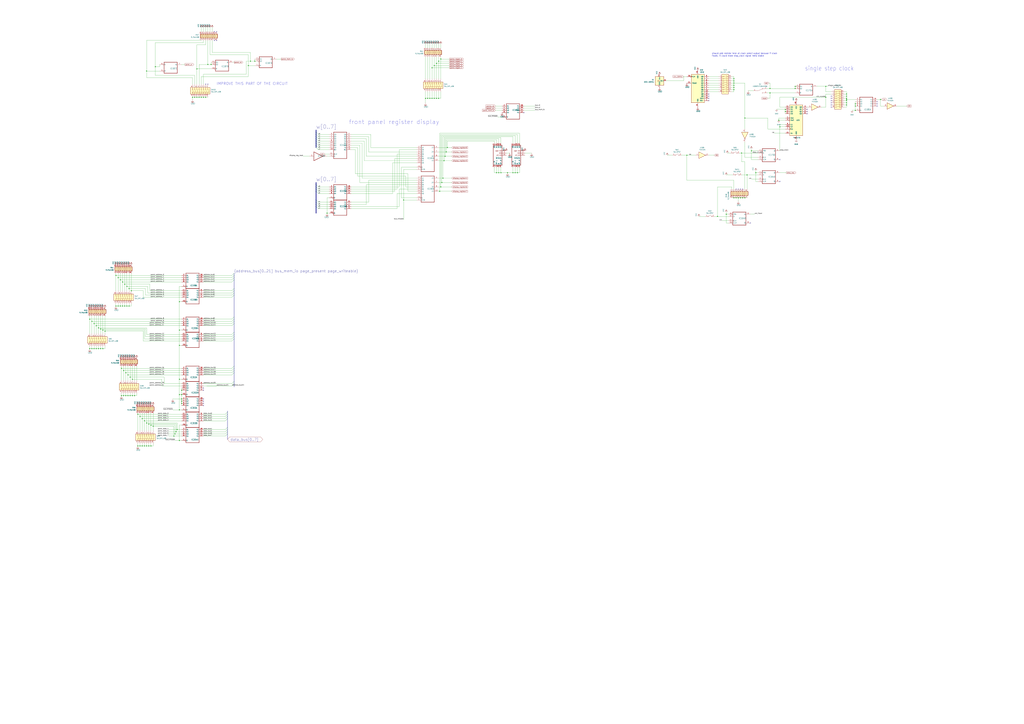
<source format=kicad_sch>
(kicad_sch (version 20231120) (generator "eeschema") (generator_version "8.0")
  (paper "A0")
  (junction (at 139.7 325.12))
  (junction (at 241.3 74.93))
  (junction (at 175.26 494.03))
  (junction (at 581.66 200.66))
  (junction (at 203.2 504.19))
  (junction (at 600.71 200.66))
  (junction (at 106.68 405.13))
  (junction (at 104.14 405.13))
  (junction (at 156.21 459.74))
  (junction (at 894.08 107.95))
  (junction (at 170.18 518.16))
  (junction (at 852.17 91.44))
  (junction (at 499.11 114.3))
  (junction (at 982.98 114.3))
  (junction (at 923.29 102.87))
  (junction (at 153.67 440.69))
  (junction (at 506.73 73.66))
  (junction (at 148.59 459.74))
  (junction (at 857.25 229.87))
  (junction (at 143.51 430.53))
  (junction (at 172.72 518.16))
  (junction (at 864.87 137.16))
  (junction (at 151.13 459.74))
  (junction (at 516.89 181.61))
  (junction (at 982.98 121.92))
  (junction (at 208.28 511.81))
  (junction (at 861.06 177.8))
  (junction (at 204.47 501.65))
  (junction (at 958.85 113.03))
  (junction (at 797.56 180.34))
  (junction (at 165.1 518.16))
  (junction (at 210.82 466.09))
  (junction (at 379.73 247.65))
  (junction (at 148.59 435.61))
  (junction (at 104.14 370.84))
  (junction (at 519.43 171.45))
  (junction (at 993.14 120.65))
  (junction (at 119.38 383.54))
  (junction (at 494.03 114.3))
  (junction (at 515.62 186.69))
  (junction (at 509.27 71.12))
  (junction (at 111.76 405.13))
  (junction (at 228.6 80.01))
  (junction (at 160.02 481.33))
  (junction (at 119.38 405.13))
  (junction (at 137.16 355.6))
  (junction (at 504.19 114.3))
  (junction (at 116.84 382.27))
  (junction (at 295.91 71.12))
  (junction (at 982.98 116.84))
  (junction (at 162.56 483.87))
  (junction (at 205.74 499.11))
  (junction (at 511.81 68.58))
  (junction (at 137.16 322.58))
  (junction (at 210.82 458.47))
  (junction (at 160.02 518.16))
  (junction (at 595.63 200.66))
  (junction (at 233.68 113.03))
  (junction (at 852.17 93.98))
  (junction (at 1022.35 115.57))
  (junction (at 518.16 176.53))
  (junction (at 911.86 129.54))
  (junction (at 862.33 229.87))
  (junction (at 167.64 488.95))
  (junction (at 852.17 101.6))
  (junction (at 228.6 113.03))
  (junction (at 172.72 492.76))
  (junction (at 208.28 383.54))
  (junction (at 144.78 330.2))
  (junction (at 854.71 229.87))
  (junction (at 911.86 127))
  (junction (at 114.3 381))
  (junction (at 146.05 433.07))
  (junction (at 149.86 355.6))
  (junction (at 501.65 114.3))
  (junction (at 210.82 453.39))
  (junction (at 170.18 491.49))
  (junction (at 210.82 468.63))
  (junction (at 177.8 495.3))
  (junction (at 877.57 200.66))
  (junction (at 208.28 440.69))
  (junction (at 958.85 100.33))
  (junction (at 872.49 175.26))
  (junction (at 496.57 114.3))
  (junction (at 208.28 476.25))
  (junction (at 843.28 248.92))
  (junction (at 290.83 71.12))
  (junction (at 165.1 486.41))
  (junction (at 143.51 459.74))
  (junction (at 114.3 405.13))
  (junction (at 579.12 200.66))
  (junction (at 116.84 405.13))
  (junction (at 504.19 76.2))
  (junction (at 170.18 82.55))
  (junction (at 993.14 128.27))
  (junction (at 223.52 113.03))
  (junction (at 905.51 147.32))
  (junction (at 864.87 229.87))
  (junction (at 180.34 77.47))
  (junction (at 589.28 200.66))
  (junction (at 208.28 401.32))
  (junction (at 510.54 222.25))
  (junction (at 106.68 373.38))
  (junction (at 140.97 459.74))
  (junction (at 894.08 102.87))
  (junction (at 852.17 104.14))
  (junction (at 109.22 375.92))
  (junction (at 501.65 78.74))
  (junction (at 134.62 355.6))
  (junction (at 288.29 76.2))
  (junction (at 852.17 99.06))
  (junction (at 982.98 115.57))
  (junction (at 514.35 207.01))
  (junction (at 904.24 139.7))
  (junction (at 111.76 378.46))
  (junction (at 982.98 111.76))
  (junction (at 833.12 251.46))
  (junction (at 146.05 459.74))
  (junction (at 993.14 123.19))
  (junction (at 175.26 518.16))
  (junction (at 162.56 518.16))
  (junction (at 142.24 327.66))
  (junction (at 147.32 355.6))
  (junction (at 167.64 518.16))
  (junction (at 982.98 119.38))
  (junction (at 210.82 463.55))
  (junction (at 144.78 355.6))
  (junction (at 859.79 229.87))
  (junction (at 208.28 350.52))
  (junction (at 576.58 200.66))
  (junction (at 238.76 113.03))
  (junction (at 867.41 203.2))
  (junction (at 982.98 109.22))
  (junction (at 149.86 335.28))
  (junction (at 923.29 100.33))
  (junction (at 147.32 332.74))
  (junction (at 134.62 320.04))
  (junction (at 152.4 337.82))
  (junction (at 121.92 384.81))
  (junction (at 153.67 459.74))
  (junction (at 468.63 232.41))
  (junction (at 852.17 229.87))
  (junction (at 231.14 113.03))
  (junction (at 513.08 212.09))
  (junction (at 201.93 506.73))
  (junction (at 511.81 217.17))
  (junction (at 245.11 74.93))
  (junction (at 506.73 114.3))
  (junction (at 142.24 355.6))
  (junction (at 852.17 96.52))
  (junction (at 140.97 427.99))
  (junction (at 109.22 405.13))
  (junction (at 509.27 114.3))
  (junction (at 208.28 458.47))
  (junction (at 139.7 355.6))
  (junction (at 226.06 113.03))
  (junction (at 598.17 200.66))
  (junction (at 151.13 438.15))
  (junction (at 236.22 113.03))
  (no_connect (at 822.96 111.76))
  (no_connect (at 238.76 97.79))
  (no_connect (at 236.22 453.39))
  (no_connect (at 862.33 219.71))
  (no_connect (at 871.22 259.08))
  (no_connect (at 857.25 219.71))
  (no_connect (at 1018.54 123.19))
  (no_connect (at 905.51 185.42))
  (no_connect (at 241.3 97.79))
  (no_connect (at 822.96 116.84))
  (no_connect (at 1018.54 118.11))
  (no_connect (at 1018.54 120.65))
  (no_connect (at 965.2 124.46))
  (no_connect (at 251.46 46.99))
  (no_connect (at 236.22 463.55))
  (no_connect (at 965.2 114.3))
  (no_connect (at 236.22 466.09))
  (no_connect (at 236.22 468.63))
  (no_connect (at 248.92 46.99))
  (no_connect (at 822.96 109.22))
  (no_connect (at 965.2 111.76))
  (no_connect (at 236.22 471.17))
  (no_connect (at 937.26 127))
  (no_connect (at 965.2 116.84))
  (no_connect (at 905.51 210.82))
  (no_connect (at 251.46 36.83))
  (no_connect (at 859.79 219.71))
  (no_connect (at 236.22 450.85))
  (no_connect (at 965.2 121.92))
  (no_connect (at 822.96 114.3))
  (no_connect (at 937.26 132.08))
  (no_connect (at 608.33 130.81))
  (no_connect (at 965.2 119.38))
  (no_connect (at 854.71 219.71))
  (no_connect (at 248.92 36.83))
  (no_connect (at 937.26 129.54))
  (bus_entry (at 264.16 499.11) (size -2.54 2.54))
  (bus_entry (at 271.78 443.23) (size -2.54 2.54))
  (bus_entry (at 369.57 217.17) (size -2.54 -2.54))
  (bus_entry (at 369.57 168.91) (size -2.54 -2.54))
  (bus_entry (at 271.78 427.99) (size -2.54 2.54))
  (bus_entry (at 271.78 373.38) (size -2.54 2.54))
  (bus_entry (at 264.16 483.87) (size -2.54 2.54))
  (bus_entry (at 264.16 496.57) (size -2.54 2.54))
  (bus_entry (at 271.78 375.92) (size -2.54 2.54))
  (bus_entry (at 264.16 486.41) (size -2.54 2.54))
  (bus_entry (at 264.16 478.79) (size -2.54 2.54))
  (bus_entry (at 369.57 171.45) (size -2.54 -2.54))
  (bus_entry (at 271.78 445.77) (size -2.54 2.54))
  (bus_entry (at 271.78 342.9) (size -2.54 2.54))
  (bus_entry (at 271.78 317.5) (size -2.54 2.54))
  (bus_entry (at 264.16 501.65) (size -2.54 2.54))
  (bus_entry (at 271.78 386.08) (size -2.54 2.54))
  (bus_entry (at 264.16 504.19) (size -2.54 2.54))
  (bus_entry (at 369.57 156.21) (size -2.54 -2.54))
  (bus_entry (at 264.16 481.33) (size -2.54 2.54))
  (bus_entry (at 369.57 234.95) (size -2.54 -2.54))
  (bus_entry (at 369.57 224.79) (size -2.54 -2.54))
  (bus_entry (at 369.57 242.57) (size -2.54 -2.54))
  (bus_entry (at 271.78 320.04) (size -2.54 2.54))
  (bus_entry (at 369.57 173.99) (size -2.54 -2.54))
  (bus_entry (at 271.78 370.84) (size -2.54 2.54))
  (bus_entry (at 271.78 391.16) (size -2.54 2.54))
  (bus_entry (at 271.78 425.45) (size -2.54 2.54))
  (bus_entry (at 369.57 163.83) (size -2.54 -2.54))
  (bus_entry (at 271.78 335.28) (size -2.54 2.54))
  (bus_entry (at 369.57 158.75) (size -2.54 -2.54))
  (bus_entry (at 271.78 340.36) (size -2.54 2.54))
  (bus_entry (at 271.78 433.07) (size -2.54 2.54))
  (bus_entry (at 369.57 219.71) (size -2.54 -2.54))
  (bus_entry (at 369.57 222.25) (size -2.54 -2.54))
  (bus_entry (at 369.57 166.37) (size -2.54 -2.54))
  (bus_entry (at 271.78 388.62) (size -2.54 2.54))
  (bus_entry (at 271.78 393.7) (size -2.54 2.54))
  (bus_entry (at 271.78 368.3) (size -2.54 2.54))
  (bus_entry (at 271.78 322.58) (size -2.54 2.54))
  (bus_entry (at 369.57 240.03) (size -2.54 -2.54))
  (bus_entry (at 271.78 337.82) (size -2.54 2.54))
  (bus_entry (at 369.57 161.29) (size -2.54 -2.54))
  (bus_entry (at 271.78 325.12) (size -2.54 2.54))
  (bus_entry (at 369.57 237.49) (size -2.54 -2.54))
  (bus_entry (at 271.78 430.53) (size -2.54 2.54))
  (wire (pts (xy 425.45 237.49) (xy 407.67 237.49)) (stroke (width 0.1524)))
  (wire (pts (xy 208.28 401.32) (xy 210.82 401.32)) (stroke (width 0.1524)))
  (bus (pts (xy 271.78 337.82) (xy 271.78 340.36)))
  (wire (pts (xy 894.08 96.52) (xy 894.08 102.87)) (stroke (width 0.1524)))
  (wire (pts (xy 170.18 381) (xy 114.3 381)) (stroke (width 0.1524)))
  (wire (pts (xy 417.83 168.91) (xy 407.67 168.91)) (stroke (width 0.1524)))
  (wire (pts (xy 149.86 355.6) (xy 147.32 355.6)) (stroke (width 0.1524)))
  (wire (pts (xy 980.44 119.38) (xy 982.98 119.38)) (stroke (width 0.1524)))
  (wire (pts (xy 430.53 171.45) (xy 483.87 171.45)) (stroke (width 0.1524)))
  (wire (pts (xy 894.08 107.95) (xy 923.29 107.95)) (stroke (width 0.1524)))
  (wire (pts (xy 377.19 179.07) (xy 382.27 179.07)))
  (wire (pts (xy 285.75 71.12) (xy 290.83 71.12)) (stroke (width 0.1524)))
  (wire (pts (xy 134.62 353.06) (xy 134.62 355.6)) (stroke (width 0.1524)))
  (wire (pts (xy 177.8 515.62) (xy 177.8 518.16)) (stroke (width 0.1524)))
  (wire (pts (xy 228.6 80.01) (xy 245.11 80.01)) (stroke (width 0.1524)))
  (wire (pts (xy 139.7 325.12) (xy 139.7 317.5)) (stroke (width 0.1524)))
  (wire (pts (xy 170.18 46.99) (xy 233.68 46.99)) (stroke (width 0.1524)))
  (wire (pts (xy 241.3 46.99) (xy 241.3 74.93)) (stroke (width 0.1524)))
  (wire (pts (xy 407.67 156.21) (xy 430.53 156.21)) (stroke (width 0.1524)))
  (wire (pts (xy 175.26 480.06) (xy 175.26 494.03)) (stroke (width 0.1524)))
  (wire (pts (xy 483.87 214.63) (xy 425.45 214.63)) (stroke (width 0.1524)))
  (wire (pts (xy 208.28 494.03) (xy 208.28 511.81)) (stroke (width 0.1524)))
  (wire (pts (xy 137.16 322.58) (xy 137.16 317.5)) (stroke (width 0.1524)))
  (wire (pts (xy 511.81 106.68) (xy 511.81 114.3)) (stroke (width 0.1524)))
  (wire (pts (xy 121.92 384.81) (xy 121.92 387.35)) (stroke (width 0.1524)))
  (wire (pts (xy 152.4 355.6) (xy 149.86 355.6)) (stroke (width 0.1524)))
  (wire (pts (xy 797.56 88.9) (xy 793.75 88.9)) (stroke (width 0.1524)))
  (wire (pts (xy 574.04 194.31) (xy 574.04 200.66)))
  (wire (pts (xy 140.97 457.2) (xy 140.97 459.74)) (stroke (width 0.1524)))
  (wire (pts (xy 603.25 200.66) (xy 600.71 200.66)))
  (wire (pts (xy 285.75 86.36) (xy 236.22 86.36)) (stroke (width 0.1524)))
  (wire (pts (xy 172.72 492.76) (xy 172.72 500.38)) (stroke (width 0.1524)))
  (wire (pts (xy 226.06 87.63) (xy 226.06 97.79)) (stroke (width 0.1524)))
  (bus (pts (xy 367.03 166.37) (xy 367.03 168.91)) (stroke (width 0.762)))
  (wire (pts (xy 180.34 87.63) (xy 226.06 87.63)) (stroke (width 0.1524)))
  (wire (pts (xy 501.65 50.8) (xy 501.65 55.88)) (stroke (width 0.1524)))
  (wire (pts (xy 980.44 106.68) (xy 982.98 106.68)) (stroke (width 0.1524)))
  (wire (pts (xy 993.14 123.19) (xy 993.14 128.27)))
  (wire (pts (xy 167.64 480.06) (xy 167.64 488.95)) (stroke (width 0.1524)))
  (wire (pts (xy 290.83 71.12) (xy 290.83 68.58)) (stroke (width 0.1524)))
  (wire (pts (xy 852.17 99.06) (xy 852.17 101.6)) (stroke (width 0.1524)))
  (wire (pts (xy 231.14 74.93) (xy 231.14 97.79)) (stroke (width 0.1524)))
  (wire (pts (xy 175.26 518.16) (xy 172.72 518.16)) (stroke (width 0.1524)))
  (wire (pts (xy 891.54 114.3) (xy 894.08 114.3)) (stroke (width 0.1524)))
  (wire (pts (xy 501.65 78.74) (xy 501.65 66.04)) (stroke (width 0.1524)))
  (wire (pts (xy 905.51 113.03) (xy 905.51 124.46)) (stroke (width 0.1524)))
  (wire (pts (xy 223.52 113.03) (xy 226.06 113.03)))
  (wire (pts (xy 864.87 229.87) (xy 867.41 229.87)))
  (wire (pts (xy 142.24 355.6) (xy 139.7 355.6)) (stroke (width 0.1524)))
  (wire (pts (xy 208.28 401.32) (xy 208.28 440.69)) (stroke (width 0.1524)))
  (wire (pts (xy 948.69 100.33) (xy 958.85 100.33)) (stroke (width 0.1524)))
  (wire (pts (xy 382.27 168.91) (xy 369.57 168.91)) (stroke (width 0.1524)))
  (wire (pts (xy 518.16 176.53) (xy 518.16 162.56)) (stroke (width 0.1524)))
  (wire (pts (xy 114.3 381) (xy 114.3 387.35)) (stroke (width 0.1524)))
  (wire (pts (xy 463.55 217.17) (xy 407.67 217.17)) (stroke (width 0.1524)))
  (wire (pts (xy 905.51 144.78) (xy 911.86 144.78)) (stroke (width 0.1524)))
  (wire (pts (xy 231.14 113.03) (xy 233.68 113.03)))
  (wire (pts (xy 187.96 440.69) (xy 153.67 440.69)) (stroke (width 0.1524)))
  (wire (pts (xy 160.02 481.33) (xy 160.02 500.38)) (stroke (width 0.1524)))
  (wire (pts (xy 603.25 194.31) (xy 603.25 200.66)))
  (wire (pts (xy 382.27 161.29) (xy 369.57 161.29)) (stroke (width 0.1524)))
  (wire (pts (xy 519.43 171.45) (xy 519.43 163.83)) (stroke (width 0.1524)))
  (wire (pts (xy 177.8 495.3) (xy 177.8 500.38)) (stroke (width 0.1524)))
  (wire (pts (xy 427.99 176.53) (xy 427.99 158.75)) (stroke (width 0.1524)))
  (bus (pts (xy 264.16 477.52) (xy 264.16 478.79)))
  (bus (pts (xy 367.03 240.03) (xy 367.03 247.65)) (stroke (width 0.762)))
  (wire (pts (xy 146.05 433.07) (xy 210.82 433.07)) (stroke (width 0.1524)))
  (wire (pts (xy 165.1 480.06) (xy 165.1 486.41)) (stroke (width 0.1524)))
  (wire (pts (xy 151.13 438.15) (xy 151.13 441.96)) (stroke (width 0.1524)))
  (wire (pts (xy 106.68 402.59) (xy 106.68 405.13)) (stroke (width 0.1524)))
  (wire (pts (xy 852.17 88.9) (xy 852.17 91.44)) (stroke (width 0.1524)))
  (wire (pts (xy 458.47 222.25) (xy 407.67 222.25)) (stroke (width 0.1524)))
  (wire (pts (xy 504.19 76.2) (xy 504.19 66.04)) (stroke (width 0.1524)))
  (wire (pts (xy 496.57 91.44) (xy 496.57 66.04)) (stroke (width 0.1524)))
  (wire (pts (xy 171.45 340.36) (xy 171.45 332.74)) (stroke (width 0.1524)))
  (wire (pts (xy 420.37 207.01) (xy 420.37 166.37)) (stroke (width 0.1524)))
  (wire (pts (xy 600.71 156.21) (xy 600.71 166.37)) (stroke (width 0.1524)))
  (wire (pts (xy 864.87 187.96) (xy 861.06 187.96)))
  (wire (pts (xy 595.63 194.31) (xy 595.63 200.66)))
  (bus (pts (xy 271.78 320.04) (xy 271.78 322.58)))
  (wire (pts (xy 504.19 50.8) (xy 504.19 55.88)) (stroke (width 0.1524)))
  (wire (pts (xy 114.3 367.03) (xy 114.3 381)) (stroke (width 0.1524)))
  (wire (pts (xy 104.14 402.59) (xy 104.14 405.13)) (stroke (width 0.1524)))
  (wire (pts (xy 509.27 71.12) (xy 521.97 71.12)) (stroke (width 0.1524)))
  (wire (pts (xy 466.09 194.31) (xy 466.09 229.87)) (stroke (width 0.1524)))
  (wire (pts (xy 509.27 212.09) (xy 513.08 212.09)) (stroke (width 0.1524)))
  (wire (pts (xy 511.81 91.44) (xy 511.81 68.58)) (stroke (width 0.1524)))
  (wire (pts (xy 165.1 515.62) (xy 165.1 518.16)) (stroke (width 0.1524)))
  (wire (pts (xy 455.93 224.79) (xy 407.67 224.79)) (stroke (width 0.1524)))
  (wire (pts (xy 175.26 494.03) (xy 175.26 500.38)) (stroke (width 0.1524)))
  (wire (pts (xy 382.27 234.95) (xy 369.57 234.95)) (stroke (width 0.1524)))
  (wire (pts (xy 911.86 154.94) (xy 899.16 154.94)) (stroke (width 0.1524)))
  (wire (pts (xy 516.89 181.61) (xy 516.89 161.29)) (stroke (width 0.1524)))
  (wire (pts (xy 236.22 393.7) (xy 269.24 393.7)))
  (wire (pts (xy 236.22 325.12) (xy 269.24 325.12)))
  (wire (pts (xy 483.87 181.61) (xy 425.45 181.61)) (stroke (width 0.1524)))
  (bus (pts (xy 271.78 425.45) (xy 271.78 427.99)))
  (wire (pts (xy 147.32 353.06) (xy 147.32 355.6)) (stroke (width 0.1524)))
  (wire (pts (xy 504.19 106.68) (xy 504.19 114.3)) (stroke (width 0.1524)))
  (wire (pts (xy 146.05 425.45) (xy 146.05 433.07)) (stroke (width 0.1524)))
  (wire (pts (xy 581.66 200.66) (xy 589.28 200.66)))
  (wire (pts (xy 891.54 137.16) (xy 891.54 149.86)) (stroke (width 0.1524)))
  (wire (pts (xy 849.63 93.98) (xy 852.17 93.98)) (stroke (width 0.1524)))
  (wire (pts (xy 236.22 486.41) (xy 261.62 486.41)))
  (wire (pts (xy 168.91 342.9) (xy 210.82 342.9)) (stroke (width 0.1524)))
  (wire (pts (xy 149.86 317.5) (xy 149.86 335.28)) (stroke (width 0.1524)))
  (wire (pts (xy 140.97 425.45) (xy 140.97 427.99)) (stroke (width 0.1524)))
  (wire (pts (xy 177.8 518.16) (xy 175.26 518.16)) (stroke (width 0.1524)))
  (bus (pts (xy 367.03 156.21) (xy 367.03 158.75)) (stroke (width 0.762)))
  (wire (pts (xy 137.16 353.06) (xy 137.16 355.6)) (stroke (width 0.1524)))
  (wire (pts (xy 852.17 229.87) (xy 854.71 229.87)))
  (wire (pts (xy 483.87 179.07) (xy 461.01 179.07)) (stroke (width 0.1524)))
  (wire (pts (xy 236.22 388.62) (xy 269.24 388.62)))
  (wire (pts (xy 473.71 201.93) (xy 412.75 201.93)) (stroke (width 0.1524)))
  (wire (pts (xy 210.82 506.73) (xy 201.93 506.73)) (stroke (width 0.1524)))
  (wire (pts (xy 420.37 166.37) (xy 407.67 166.37)) (stroke (width 0.1524)))
  (wire (pts (xy 849.63 101.6) (xy 852.17 101.6)) (stroke (width 0.1524)))
  (wire (pts (xy 483.87 194.31) (xy 466.09 194.31)) (stroke (width 0.1524)))
  (wire (pts (xy 828.04 180.34) (xy 829.31 180.34)) (stroke (width 0.1524)))
  (wire (pts (xy 382.27 217.17) (xy 369.57 217.17)) (stroke (width 0.1524)))
  (wire (pts (xy 245.11 72.39) (xy 245.11 74.93)) (stroke (width 0.1524)))
  (wire (pts (xy 864.87 137.16) (xy 864.87 149.86)) (stroke (width 0.1524)))
  (wire (pts (xy 210.82 332.74) (xy 208.28 332.74)) (stroke (width 0.1524)))
  (wire (pts (xy 288.29 76.2) (xy 295.91 76.2)) (stroke (width 0.1524)))
  (wire (pts (xy 938.53 124.46) (xy 937.26 124.46)))
  (bus (pts (xy 264.16 501.65) (xy 264.16 504.19)))
  (wire (pts (xy 236.22 378.46) (xy 269.24 378.46)))
  (wire (pts (xy 148.59 457.2) (xy 148.59 459.74)) (stroke (width 0.1524)))
  (wire (pts (xy 822.96 96.52) (xy 834.39 96.52)))
  (wire (pts (xy 515.62 186.69) (xy 524.51 186.69)) (stroke (width 0.1524)))
  (wire (pts (xy 246.38 31.75) (xy 246.38 36.83)))
  (wire (pts (xy 608.33 123.19) (xy 621.03 123.19)) (stroke (width 0.1524)))
  (wire (pts (xy 162.56 480.06) (xy 162.56 483.87)) (stroke (width 0.1524)))
  (wire (pts (xy 509.27 222.25) (xy 510.54 222.25)) (stroke (width 0.1524)))
  (wire (pts (xy 506.73 50.8) (xy 506.73 55.88)) (stroke (width 0.1524)))
  (wire (pts (xy 461.01 242.57) (xy 407.67 242.57)) (stroke (width 0.1524)))
  (wire (pts (xy 243.84 46.99) (xy 243.84 63.5)))
  (wire (pts (xy 359.41 181.61) (xy 351.79 181.61)) (stroke (width 0.1524)))
  (wire (pts (xy 982.98 115.57) (xy 993.14 115.57)) (stroke (width 0.1524)))
  (wire (pts (xy 210.82 453.39) (xy 210.82 458.47)))
  (wire (pts (xy 238.76 113.03) (xy 241.3 113.03)))
  (wire (pts (xy 140.97 427.99) (xy 140.97 441.96)) (stroke (width 0.1524)))
  (wire (pts (xy 185.42 74.93) (xy 185.42 77.47)) (stroke (width 0.1524)))
  (wire (pts (xy 382.27 163.83) (xy 369.57 163.83)) (stroke (width 0.1524)))
  (wire (pts (xy 483.87 209.55) (xy 427.99 209.55)) (stroke (width 0.1524)))
  (wire (pts (xy 158.75 457.2) (xy 158.75 459.74)) (stroke (width 0.1524)))
  (wire (pts (xy 793.75 88.9) (xy 793.75 93.98)) (stroke (width 0.1524)))
  (wire (pts (xy 791.21 180.34) (xy 797.56 180.34)))
  (bus (pts (xy 367.03 237.49) (xy 367.03 240.03)) (stroke (width 0.762)))
  (wire (pts (xy 134.62 320.04) (xy 210.82 320.04)) (stroke (width 0.1524)))
  (wire (pts (xy 166.37 345.44) (xy 166.37 337.82)) (stroke (width 0.1524)))
  (bus (pts (xy 367.03 153.67) (xy 367.03 156.21)) (stroke (width 0.762)))
  (wire (pts (xy 285.75 71.12) (xy 285.75 86.36)) (stroke (width 0.1524)))
  (wire (pts (xy 146.05 433.07) (xy 146.05 441.96)) (stroke (width 0.1524)))
  (wire (pts (xy 379.73 247.65) (xy 382.27 247.65)) (stroke (width 0.1524)))
  (wire (pts (xy 877.57 210.82) (xy 877.57 200.66)) (stroke (width 0.1524)))
  (wire (pts (xy 173.99 337.82) (xy 210.82 337.82)) (stroke (width 0.1524)))
  (wire (pts (xy 142.24 317.5) (xy 142.24 327.66)) (stroke (width 0.1524)))
  (wire (pts (xy 989.33 128.27) (xy 993.14 128.27)) (stroke (width 0.1524)))
  (wire (pts (xy 483.87 173.99) (xy 463.55 173.99)) (stroke (width 0.1524)))
  (wire (pts (xy 461.01 224.79) (xy 461.01 242.57)) (stroke (width 0.1524)))
  (wire (pts (xy 845.82 248.92) (xy 843.28 248.92)) (stroke (width 0.1524)))
  (wire (pts (xy 600.71 194.31) (xy 600.71 200.66)))
  (wire (pts (xy 425.45 181.61) (xy 425.45 161.29)) (stroke (width 0.1524)))
  (wire (pts (xy 980.44 124.46) (xy 982.98 124.46)) (stroke (width 0.1524)))
  (wire (pts (xy 236.22 31.75) (xy 236.22 36.83)))
  (bus (pts (xy 264.16 504.19) (xy 264.16 510.54)))
  (wire (pts (xy 162.56 483.87) (xy 210.82 483.87)) (stroke (width 0.1524)))
  (wire (pts (xy 233.68 88.9) (xy 288.29 88.9)) (stroke (width 0.1524)))
  (wire (pts (xy 111.76 378.46) (xy 111.76 387.35)) (stroke (width 0.1524)))
  (wire (pts (xy 905.51 147.32) (xy 905.51 175.26)) (stroke (width 0.1524)))
  (wire (pts (xy 143.51 425.45) (xy 143.51 430.53)) (stroke (width 0.1524)))
  (wire (pts (xy 849.63 217.17) (xy 833.12 217.17)))
  (wire (pts (xy 843.28 259.08) (xy 843.28 248.92)) (stroke (width 0.1524)))
  (wire (pts (xy 236.22 337.82) (xy 269.24 337.82)))
  (wire (pts (xy 576.58 162.56) (xy 576.58 166.37)) (stroke (width 0.1524)))
  (wire (pts (xy 137.16 337.82) (xy 137.16 322.58)) (stroke (width 0.1524)))
  (wire (pts (xy 148.59 459.74) (xy 146.05 459.74)) (stroke (width 0.1524)))
  (wire (pts (xy 905.51 200.66) (xy 913.13 200.66)) (stroke (width 0.1524)))
  (wire (pts (xy 148.59 435.61) (xy 210.82 435.61)) (stroke (width 0.1524)))
  (wire (pts (xy 861.06 177.8) (xy 880.11 177.8)))
  (wire (pts (xy 137.16 355.6) (xy 134.62 355.6)) (stroke (width 0.1524)))
  (wire (pts (xy 121.92 367.03) (xy 121.92 384.81)) (stroke (width 0.1524)))
  (wire (pts (xy 156.21 425.45) (xy 156.21 441.96)) (stroke (width 0.1524)))
  (wire (pts (xy 511.81 68.58) (xy 511.81 66.04)) (stroke (width 0.1524)))
  (wire (pts (xy 582.93 128.27) (xy 575.31 128.27)) (stroke (width 0.1524)))
  (wire (pts (xy 894.08 114.3) (xy 894.08 107.95)) (stroke (width 0.1524)))
  (wire (pts (xy 379.73 229.87) (xy 379.73 247.65)) (stroke (width 0.1524)))
  (wire (pts (xy 173.99 337.82) (xy 173.99 330.2)) (stroke (width 0.1524)))
  (wire (pts (xy 923.29 100.33) (xy 923.29 102.87)) (stroke (width 0.1524)))
  (wire (pts (xy 982.98 111.76) (xy 982.98 114.3)) (stroke (width 0.1524)))
  (wire (pts (xy 518.16 176.53) (xy 524.51 176.53)) (stroke (width 0.1524)))
  (wire (pts (xy 149.86 335.28) (xy 149.86 337.82)) (stroke (width 0.1524)))
  (wire (pts (xy 509.27 176.53) (xy 518.16 176.53)) (stroke (width 0.1524)))
  (wire (pts (xy 844.55 177.8) (xy 848.36 177.8)))
  (wire (pts (xy 160.02 481.33) (xy 210.82 481.33)) (stroke (width 0.1524)))
  (wire (pts (xy 468.63 196.85) (xy 468.63 232.41)) (stroke (width 0.1524)))
  (wire (pts (xy 514.35 158.75) (xy 595.63 158.75)) (stroke (width 0.1524)))
  (wire (pts (xy 852.17 101.6) (xy 852.17 104.14)) (stroke (width 0.1524)))
  (wire (pts (xy 109.22 375.92) (xy 210.82 375.92)) (stroke (width 0.1524)))
  (wire (pts (xy 608.33 128.27) (xy 621.03 128.27)) (stroke (width 0.1524)))
  (wire (pts (xy 243.84 63.5) (xy 288.29 63.5)))
  (wire (pts (xy 200.66 463.55) (xy 210.82 463.55)))
  (wire (pts (xy 891.54 149.86) (xy 911.86 149.86)) (stroke (width 0.1524)))
  (wire (pts (xy 236.22 499.11) (xy 261.62 499.11)))
  (wire (pts (xy 576.58 194.31) (xy 576.58 200.66)))
  (wire (pts (xy 236.22 373.38) (xy 269.24 373.38)))
  (wire (pts (xy 843.28 203.2) (xy 850.9 203.2)))
  (wire (pts (xy 849.63 91.44) (xy 852.17 91.44)) (stroke (width 0.1524)))
  (bus (pts (xy 264.16 483.87) (xy 264.16 486.41)))
  (bus (pts (xy 271.78 443.23) (xy 271.78 445.77)))
  (wire (pts (xy 473.71 222.25) (xy 473.71 201.93)) (stroke (width 0.1524)))
  (wire (pts (xy 514.35 207.01) (xy 524.51 207.01)) (stroke (width 0.1524)))
  (bus (pts (xy 264.16 481.33) (xy 264.16 483.87)))
  (wire (pts (xy 166.37 396.24) (xy 166.37 384.81)) (stroke (width 0.1524)))
  (wire (pts (xy 833.12 217.17) (xy 833.12 251.46)))
  (wire (pts (xy 958.85 106.68) (xy 965.2 106.68)) (stroke (width 0.1524)))
  (wire (pts (xy 210.82 450.85) (xy 210.82 453.39)))
  (wire (pts (xy 382.27 166.37) (xy 369.57 166.37)) (stroke (width 0.1524)))
  (wire (pts (xy 852.17 106.68) (xy 849.63 106.68)) (stroke (width 0.1524)))
  (bus (pts (xy 271.78 340.36) (xy 271.78 342.9)))
  (wire (pts (xy 880.11 200.66) (xy 877.57 200.66)) (stroke (width 0.1524)))
  (bus (pts (xy 264.16 499.11) (xy 264.16 501.65)))
  (wire (pts (xy 109.22 367.03) (xy 109.22 375.92)) (stroke (width 0.1524)))
  (wire (pts (xy 774.7 180.34) (xy 781.05 180.34)))
  (wire (pts (xy 822.96 106.68) (xy 834.39 106.68)))
  (wire (pts (xy 166.37 396.24) (xy 210.82 396.24)) (stroke (width 0.1524)))
  (wire (pts (xy 149.86 353.06) (xy 149.86 355.6)) (stroke (width 0.1524)))
  (wire (pts (xy 862.33 229.87) (xy 864.87 229.87)))
  (wire (pts (xy 148.59 435.61) (xy 148.59 441.96)) (stroke (width 0.1524)))
  (wire (pts (xy 144.78 353.06) (xy 144.78 355.6)) (stroke (width 0.1524)))
  (wire (pts (xy 582.93 135.89) (xy 577.85 135.89)) (stroke (width 0.1524)))
  (wire (pts (xy 980.44 116.84) (xy 982.98 116.84)) (stroke (width 0.1524)))
  (wire (pts (xy 822.96 101.6) (xy 834.39 101.6)))
  (wire (pts (xy 236.22 391.16) (xy 269.24 391.16)))
  (wire (pts (xy 167.64 518.16) (xy 165.1 518.16)) (stroke (width 0.1524)))
  (wire (pts (xy 172.72 480.06) (xy 172.72 492.76)) (stroke (width 0.1524)))
  (wire (pts (xy 852.17 219.71) (xy 852.17 209.55)))
  (wire (pts (xy 321.31 68.58) (xy 326.39 68.58)) (stroke (width 0.1524)))
  (wire (pts (xy 116.84 382.27) (xy 116.84 387.35)) (stroke (width 0.1524)))
  (wire (pts (xy 158.75 459.74) (xy 156.21 459.74)) (stroke (width 0.1524)))
  (wire (pts (xy 144.78 330.2) (xy 144.78 337.82)) (stroke (width 0.1524)))
  (wire (pts (xy 864.87 182.88) (xy 880.11 182.88)) (stroke (width 0.1524)))
  (wire (pts (xy 980.44 111.76) (xy 982.98 111.76)) (stroke (width 0.1524)))
  (wire (pts (xy 872.49 185.42) (xy 872.49 175.26)) (stroke (width 0.1524)))
  (wire (pts (xy 857.25 229.87) (xy 859.79 229.87)))
  (wire (pts (xy 210.82 458.47) (xy 208.28 458.47)) (stroke (width 0.1524)))
  (wire (pts (xy 153.67 459.74) (xy 151.13 459.74)) (stroke (width 0.1524)))
  (wire (pts (xy 210.82 504.19) (xy 203.2 504.19)) (stroke (width 0.1524)))
  (wire (pts (xy 379.73 181.61) (xy 382.27 181.61)) (stroke (width 0.1524)))
  (wire (pts (xy 890.27 102.87) (xy 894.08 102.87)))
  (wire (pts (xy 811.53 251.46) (xy 819.15 251.46)))
  (wire (pts (xy 146.05 457.2) (xy 146.05 459.74)) (stroke (width 0.1524)))
  (wire (pts (xy 581.66 160.02) (xy 515.62 160.02)))
  (wire (pts (xy 180.34 77.47) (xy 180.34 87.63)) (stroke (width 0.1524)))
  (wire (pts (xy 233.68 88.9) (xy 233.68 97.79)) (stroke (width 0.1524)))
  (wire (pts (xy 864.87 137.16) (xy 891.54 137.16)) (stroke (width 0.1524)))
  (bus (pts (xy 367.03 158.75) (xy 367.03 161.29)) (stroke (width 0.762)))
  (wire (pts (xy 506.73 114.3) (xy 504.19 114.3)) (stroke (width 0.1524)))
  (wire (pts (xy 852.17 209.55) (xy 797.56 209.55)))
  (wire (pts (xy 236.22 506.73) (xy 261.62 506.73)))
  (wire (pts (xy 412.75 173.99) (xy 407.67 173.99)) (stroke (width 0.1524)))
  (wire (pts (xy 864.87 96.52) (xy 864.87 137.16)) (stroke (width 0.1524)))
  (wire (pts (xy 589.28 200.66) (xy 595.63 200.66)))
  (wire (pts (xy 854.71 229.87) (xy 857.25 229.87)))
  (wire (pts (xy 458.47 184.15) (xy 458.47 222.25)) (stroke (width 0.1524)))
  (wire (pts (xy 121.92 384.81) (xy 166.37 384.81)) (stroke (width 0.1524)))
  (wire (pts (xy 468.63 232.41) (xy 483.87 232.41)) (stroke (width 0.1524)))
  (wire (pts (xy 483.87 176.53) (xy 427.99 176.53)) (stroke (width 0.1524)))
  (wire (pts (xy 241.3 31.75) (xy 241.3 36.83)))
  (wire (pts (xy 203.2 504.19) (xy 195.58 504.19)) (stroke (width 0.1524)))
  (wire (pts (xy 958.85 113.03) (xy 958.85 124.46)) (stroke (width 0.1524)))
  (wire (pts (xy 228.6 52.07) (xy 238.76 52.07)) (stroke (width 0.1524)))
  (wire (pts (xy 143.51 459.74) (xy 140.97 459.74)) (stroke (width 0.1524)))
  (wire (pts (xy 111.76 378.46) (xy 210.82 378.46)) (stroke (width 0.1524)))
  (wire (pts (xy 822.96 93.98) (xy 834.39 93.98)))
  (bus (pts (xy 271.78 335.28) (xy 271.78 337.82)))
  (wire (pts (xy 483.87 219.71) (xy 463.55 219.71)) (stroke (width 0.1524)))
  (wire (pts (xy 576.58 200.66) (xy 579.12 200.66)))
  (wire (pts (xy 430.53 156.21) (xy 430.53 171.45)) (stroke (width 0.1524)))
  (wire (pts (xy 958.85 100.33) (xy 958.85 106.68)) (stroke (width 0.1524)))
  (wire (pts (xy 140.97 427.99) (xy 190.5 427.99)))
  (wire (pts (xy 993.14 120.65) (xy 993.14 123.19)))
  (wire (pts (xy 111.76 405.13) (xy 109.22 405.13)) (stroke (width 0.1524)))
  (bus (pts (xy 271.78 342.9) (xy 271.78 368.3)))
  (wire (pts (xy 210.82 476.25) (xy 208.28 476.25)) (stroke (width 0.1524)))
  (wire (pts (xy 904.24 137.16) (xy 904.24 139.7)) (stroke (width 0.1524)))
  (wire (pts (xy 236.22 504.19) (xy 261.62 504.19)))
  (wire (pts (xy 210.82 463.55) (xy 210.82 466.09)))
  (wire (pts (xy 162.56 483.87) (xy 162.56 500.38)) (stroke (width 0.1524)))
  (wire (pts (xy 901.7 127) (xy 911.86 127)))
  (wire (pts (xy 246.38 46.99) (xy 246.38 60.96)))
  (wire (pts (xy 510.54 154.94) (xy 510.54 222.25)))
  (wire (pts (xy 461.01 179.07) (xy 461.01 219.71)) (stroke (width 0.1524)))
  (bus (pts (xy 271.78 375.92) (xy 271.78 386.08)))
  (wire (pts (xy 466.09 229.87) (xy 483.87 229.87)) (stroke (width 0.1524)))
  (wire (pts (xy 290.83 71.12) (xy 295.91 71.12)) (stroke (width 0.1524)))
  (wire (pts (xy 958.85 100.33) (xy 961.39 100.33)) (stroke (width 0.1524)))
  (wire (pts (xy 201.93 495.3) (xy 177.8 495.3)) (stroke (width 0.1524)))
  (wire (pts (xy 171.45 332.74) (xy 147.32 332.74)) (stroke (width 0.1524)))
  (wire (pts (xy 834.39 88.9) (xy 822.96 88.9)) (stroke (width 0.1524)))
  (wire (pts (xy 152.4 317.5) (xy 152.4 337.82)) (stroke (width 0.1524)))
  (wire (pts (xy 233.68 31.75) (xy 233.68 36.83)))
  (wire (pts (xy 205.74 499.11) (xy 205.74 491.49)) (stroke (width 0.1524)))
  (wire (pts (xy 151.13 425.45) (xy 151.13 438.15)) (stroke (width 0.1524)))
  (wire (pts (xy 236.22 427.99) (xy 269.24 427.99)))
  (wire (pts (xy 980.44 114.3) (xy 982.98 114.3)) (stroke (width 0.1524)))
  (wire (pts (xy 160.02 515.62) (xy 160.02 518.16)) (stroke (width 0.1524)))
  (wire (pts (xy 119.38 402.59) (xy 119.38 405.13)) (stroke (width 0.1524)))
  (wire (pts (xy 190.5 438.15) (xy 151.13 438.15)) (stroke (width 0.1524)))
  (wire (pts (xy 483.87 196.85) (xy 468.63 196.85)) (stroke (width 0.1524)))
  (bus (pts (xy 367.03 219.71) (xy 367.03 222.25)) (stroke (width 0.762)))
  (wire (pts (xy 1041.4 123.19) (xy 1052.83 123.19)))
  (wire (pts (xy 499.11 91.44) (xy 499.11 66.04)) (stroke (width 0.1524)))
  (wire (pts (xy 415.29 204.47) (xy 415.29 171.45)) (stroke (width 0.1524)))
  (wire (pts (xy 208.28 476.25) (xy 200.66 476.25)) (stroke (width 0.1524)))
  (wire (pts (xy 143.51 430.53) (xy 143.51 441.96)) (stroke (width 0.1524)))
  (wire (pts (xy 223.52 113.03) (xy 223.52 115.57)))
  (wire (pts (xy 121.92 405.13) (xy 119.38 405.13)) (stroke (width 0.1524)))
  (bus (pts (xy 271.78 393.7) (xy 271.78 425.45)))
  (wire (pts (xy 167.64 488.95) (xy 210.82 488.95)) (stroke (width 0.1524)))
  (wire (pts (xy 382.27 158.75) (xy 369.57 158.75)) (stroke (width 0.1524)))
  (wire (pts (xy 849.63 229.87) (xy 852.17 229.87)))
  (wire (pts (xy 471.17 204.47) (xy 415.29 204.47)) (stroke (width 0.1524)))
  (wire (pts (xy 581.66 166.37) (xy 581.66 160.02)))
  (wire (pts (xy 137.16 322.58) (xy 210.82 322.58)) (stroke (width 0.1524)))
  (wire (pts (xy 582.93 125.73) (xy 575.31 125.73)) (stroke (width 0.1524)))
  (wire (pts (xy 574.04 163.83) (xy 574.04 166.37)) (stroke (width 0.1524)))
  (wire (pts (xy 119.38 405.13) (xy 116.84 405.13)) (stroke (width 0.1524)))
  (wire (pts (xy 509.27 181.61) (xy 516.89 181.61)) (stroke (width 0.1524)))
  (wire (pts (xy 226.06 113.03) (xy 228.6 113.03)))
  (wire (pts (xy 208.28 458.47) (xy 208.28 440.69)) (stroke (width 0.1524)))
  (wire (pts (xy 609.6 177.8) (xy 617.22 177.8)))
  (bus (pts (xy 367.03 151.13) (xy 367.03 153.67)) (stroke (width 0.762)))
  (wire (pts (xy 506.73 73.66) (xy 506.73 66.04)) (stroke (width 0.1524)))
  (bus (pts (xy 271.78 368.3) (xy 271.78 370.84)))
  (wire (pts (xy 144.78 317.5) (xy 144.78 330.2)) (stroke (width 0.1524)))
  (wire (pts (xy 509.27 106.68) (xy 509.27 114.3)) (stroke (width 0.1524)))
  (wire (pts (xy 210.82 468.63) (xy 210.82 471.17)))
  (wire (pts (xy 852.17 104.14) (xy 849.63 104.14)) (stroke (width 0.1524)))
  (wire (pts (xy 1018.54 115.57) (xy 1022.35 115.57)) (stroke (width 0.1524)))
  (bus (pts (xy 271.78 391.16) (xy 271.78 393.7)))
  (wire (pts (xy 807.72 180.34) (xy 802.64 180.34)) (stroke (width 0.1524)))
  (wire (pts (xy 114.3 402.59) (xy 114.3 405.13)) (stroke (width 0.1524)))
  (wire (pts (xy 861.06 187.96) (xy 861.06 177.8)))
  (wire (pts (xy 849.63 217.17) (xy 849.63 219.71)))
  (wire (pts (xy 463.55 240.03) (xy 407.67 240.03)) (stroke (width 0.1524)))
  (wire (pts (xy 236.22 340.36) (xy 269.24 340.36)))
  (wire (pts (xy 877.57 200.66) (xy 877.57 198.12)) (stroke (width 0.1524)))
  (wire (pts (xy 168.91 382.27) (xy 116.84 382.27)) (stroke (width 0.1524)))
  (wire (pts (xy 139.7 355.6) (xy 137.16 355.6)) (stroke (width 0.1524)))
  (wire (pts (xy 1022.35 123.19) (xy 1026.16 123.19)))
  (wire (pts (xy 509.27 171.45) (xy 519.43 171.45)) (stroke (width 0.1524)))
  (wire (pts (xy 210.82 458.47) (xy 210.82 463.55)))
  (wire (pts (xy 793.75 93.98) (xy 773.43 93.98)) (stroke (width 0.1524)))
  (wire (pts (xy 468.63 232.41) (xy 468.63 255.27)) (stroke (width 0.1524)))
  (wire (pts (xy 146.05 459.74) (xy 143.51 459.74)) (stroke (width 0.1524)))
  (wire (pts (xy 172.72 515.62) (xy 172.72 518.16)) (stroke (width 0.1524)))
  (wire (pts (xy 905.51 147.32) (xy 911.86 147.32)) (stroke (width 0.1524)))
  (wire (pts (xy 173.99 330.2) (xy 144.78 330.2)) (stroke (width 0.1524)))
  (wire (pts (xy 167.64 515.62) (xy 167.64 518.16)) (stroke (width 0.1524)))
  (wire (pts (xy 210.82 427.99) (xy 190.5 427.99)) (stroke (width 0.1524)))
  (wire (pts (xy 867.41 203.2) (xy 867.41 219.71)))
  (wire (pts (xy 501.65 114.3) (xy 499.11 114.3)) (stroke (width 0.1524)))
  (wire (pts (xy 236.22 501.65) (xy 261.62 501.65)))
  (bus (pts (xy 271.78 322.58) (xy 271.78 325.12)))
  (wire (pts (xy 175.26 515.62) (xy 175.26 518.16)) (stroke (width 0.1524)))
  (wire (pts (xy 496.57 106.68) (xy 496.57 114.3)) (stroke (width 0.1524)))
  (wire (pts (xy 180.34 49.53) (xy 180.34 77.47)) (stroke (width 0.1524)))
  (wire (pts (xy 151.13 457.2) (xy 151.13 459.74)) (stroke (width 0.1524)))
  (wire (pts (xy 245.11 74.93) (xy 241.3 74.93)) (stroke (width 0.1524)))
  (wire (pts (xy 290.83 60.96) (xy 290.83 68.58)))
  (wire (pts (xy 114.3 405.13) (xy 111.76 405.13)) (stroke (width 0.1524)))
  (wire (pts (xy 905.51 124.46) (xy 911.86 124.46)) (stroke (width 0.1524)))
  (wire (pts (xy 822.96 180.34) (xy 828.04 180.34)))
  (wire (pts (xy 608.33 125.73) (xy 621.03 125.73)) (stroke (width 0.1524)))
  (wire (pts (xy 382.27 224.79) (xy 369.57 224.79)) (stroke (width 0.1524)))
  (bus (pts (xy 271.78 388.62) (xy 271.78 391.16)))
  (wire (pts (xy 504.19 91.44) (xy 504.19 76.2)) (stroke (width 0.1524)))
  (wire (pts (xy 463.55 173.99) (xy 463.55 217.17)) (stroke (width 0.1524)))
  (wire (pts (xy 849.63 99.06) (xy 852.17 99.06)) (stroke (width 0.1524)))
  (wire (pts (xy 236.22 483.87) (xy 261.62 483.87)))
  (wire (pts (xy 170.18 388.62) (xy 210.82 388.62)) (stroke (width 0.1524)))
  (wire (pts (xy 925.83 100.33) (xy 923.29 100.33)) (stroke (width 0.1524)))
  (wire (pts (xy 982.98 114.3) (xy 982.98 115.57)) (stroke (width 0.1524)))
  (wire (pts (xy 510.54 222.25) (xy 524.51 222.25)) (stroke (width 0.1524)))
  (wire (pts (xy 238.76 52.07) (xy 238.76 46.99)) (stroke (width 0.1524)))
  (wire (pts (xy 880.11 185.42) (xy 872.49 185.42)) (stroke (width 0.1524)))
  (wire (pts (xy 236.22 445.77) (xy 269.24 445.77)))
  (wire (pts (xy 415.29 171.45) (xy 407.67 171.45)) (stroke (width 0.1524)))
  (wire (pts (xy 499.11 114.3) (xy 496.57 114.3)) (stroke (width 0.1524)))
  (wire (pts (xy 205.74 491.49) (xy 170.18 491.49)) (stroke (width 0.1524)))
  (wire (pts (xy 111.76 367.03) (xy 111.76 378.46)) (stroke (width 0.1524)))
  (wire (pts (xy 236.22 370.84) (xy 269.24 370.84)))
  (wire (pts (xy 871.22 248.92) (xy 876.3 248.92)) (stroke (width 0.1524)))
  (wire (pts (xy 201.93 506.73) (xy 201.93 495.3)) (stroke (width 0.1524)))
  (wire (pts (xy 160.02 480.06) (xy 160.02 481.33)) (stroke (width 0.1524)))
  (wire (pts (xy 582.93 123.19) (xy 575.31 123.19)) (stroke (width 0.1524)))
  (wire (pts (xy 417.83 212.09) (xy 417.83 168.91)) (stroke (width 0.1524)))
  (bus (pts (xy 367.03 222.25) (xy 367.03 232.41)) (stroke (width 0.762)))
  (bus (pts (xy 271.78 317.5) (xy 271.78 320.04)))
  (wire (pts (xy 514.35 207.01) (xy 514.35 158.75)) (stroke (width 0.1524)))
  (wire (pts (xy 106.68 367.03) (xy 106.68 373.38)) (stroke (width 0.1524)))
  (bus (pts (xy 367.03 168.91) (xy 367.03 171.45)) (stroke (width 0.762)))
  (wire (pts (xy 165.1 518.16) (xy 162.56 518.16)) (stroke (width 0.1524)))
  (wire (pts (xy 236.22 342.9) (xy 269.24 342.9)))
  (wire (pts (xy 166.37 345.44) (xy 210.82 345.44)) (stroke (width 0.1524)))
  (wire (pts (xy 513.08 212.09) (xy 524.51 212.09)) (stroke (width 0.1524)))
  (wire (pts (xy 864.87 182.88) (xy 864.87 170.18)) (stroke (width 0.1524)))
  (wire (pts (xy 208.28 383.54) (xy 208.28 401.32)) (stroke (width 0.1524)))
  (bus (pts (xy 367.03 161.29) (xy 367.03 163.83)) (stroke (width 0.762)))
  (wire (pts (xy 911.86 127) (xy 911.86 129.54)))
  (wire (pts (xy 143.51 430.53) (xy 210.82 430.53)) (stroke (width 0.1524)))
  (wire (pts (xy 195.58 499.11) (xy 205.74 499.11)) (stroke (width 0.1524)))
  (wire (pts (xy 208.28 350.52) (xy 210.82 350.52)) (stroke (width 0.1524)))
  (wire (pts (xy 170.18 518.16) (xy 167.64 518.16)) (stroke (width 0.1524)))
  (wire (pts (xy 170.18 46.99) (xy 170.18 82.55)) (stroke (width 0.1524)))
  (wire (pts (xy 483.87 186.69) (xy 422.91 186.69)) (stroke (width 0.1524)))
  (bus (pts (xy 367.03 214.63) (xy 367.03 217.17)) (stroke (width 0.762)))
  (wire (pts (xy 165.1 486.41) (xy 210.82 486.41)) (stroke (width 0.1524)))
  (wire (pts (xy 509.27 186.69) (xy 515.62 186.69)) (stroke (width 0.1524)))
  (wire (pts (xy 483.87 212.09) (xy 417.83 212.09)) (stroke (width 0.1524)))
  (wire (pts (xy 822.96 104.14) (xy 834.39 104.14)))
  (wire (pts (xy 139.7 353.06) (xy 139.7 355.6)) (stroke (width 0.1524)))
  (wire (pts (xy 603.25 166.37) (xy 603.25 154.94)))
  (wire (pts (xy 288.29 76.2) (xy 288.29 88.9)) (stroke (width 0.1524)))
  (wire (pts (xy 106.68 405.13) (xy 104.14 405.13)) (stroke (width 0.1524)))
  (wire (pts (xy 382.27 237.49) (xy 369.57 237.49)) (stroke (width 0.1524)))
  (wire (pts (xy 167.64 383.54) (xy 119.38 383.54)) (stroke (width 0.1524)))
  (wire (pts (xy 271.78 72.39) (xy 270.51 72.39)) (stroke (width 0.1524)))
  (wire (pts (xy 236.22 481.33) (xy 261.62 481.33)))
  (wire (pts (xy 483.87 224.79) (xy 461.01 224.79)) (stroke (width 0.1524)))
  (wire (pts (xy 187.96 448.31) (xy 210.82 448.31)) (stroke (width 0.1524)))
  (wire (pts (xy 240.03 448.31) (xy 269.24 448.31)))
  (wire (pts (xy 156.21 459.74) (xy 153.67 459.74)) (stroke (width 0.1524)))
  (wire (pts (xy 109.22 405.13) (xy 106.68 405.13)) (stroke (width 0.1524)))
  (wire (pts (xy 167.64 488.95) (xy 167.64 500.38)) (stroke (width 0.1524)))
  (bus (pts (xy 271.78 445.77) (xy 271.78 449.58)))
  (wire (pts (xy 201.93 506.73) (xy 195.58 506.73)) (stroke (width 0.1524)))
  (wire (pts (xy 864.87 165.1) (xy 864.87 170.18)))
  (wire (pts (xy 845.82 256.54) (xy 838.2 256.54)) (stroke (width 0.1524)))
  (wire (pts (xy 894.08 102.87) (xy 923.29 102.87)) (stroke (width 0.1524)))
  (wire (pts (xy 501.65 91.44) (xy 501.65 78.74)) (stroke (width 0.1524)))
  (wire (pts (xy 890.27 107.95) (xy 894.08 107.95)))
  (wire (pts (xy 288.29 76.2) (xy 288.29 68.58)) (stroke (width 0.1524)))
  (bus (pts (xy 271.78 430.53) (xy 271.78 433.07)))
  (wire (pts (xy 455.93 189.23) (xy 455.93 224.79)) (stroke (width 0.1524)))
  (wire (pts (xy 845.82 259.08) (xy 843.28 259.08)) (stroke (width 0.1524)))
  (wire (pts (xy 511.81 68.58) (xy 521.97 68.58)) (stroke (width 0.1524)))
  (wire (pts (xy 516.89 181.61) (xy 524.51 181.61)) (stroke (width 0.1524)))
  (wire (pts (xy 982.98 119.38) (xy 982.98 121.92)) (stroke (width 0.1524)))
  (wire (pts (xy 1022.35 115.57) (xy 1022.35 123.19)))
  (wire (pts (xy 116.84 405.13) (xy 114.3 405.13)) (stroke (width 0.1524)))
  (wire (pts (xy 210.82 466.09) (xy 210.82 468.63)))
  (wire (pts (xy 511.81 50.8) (xy 511.81 55.88)) (stroke (width 0.1524)))
  (wire (pts (xy 185.42 77.47) (xy 180.34 77.47)) (stroke (width 0.1524)))
  (wire (pts (xy 461.01 219.71) (xy 407.67 219.71)) (stroke (width 0.1524)))
  (wire (pts (xy 243.84 31.75) (xy 243.84 36.83)))
  (wire (pts (xy 861.06 203.2) (xy 867.41 203.2)))
  (wire (pts (xy 109.22 402.59) (xy 109.22 405.13)) (stroke (width 0.1524)))
  (wire (pts (xy 864.87 219.71) (xy 864.87 187.96)))
  (wire (pts (xy 905.51 144.78) (xy 905.51 147.32)) (stroke (width 0.1524)))
  (wire (pts (xy 506.73 73.66) (xy 521.97 73.66)) (stroke (width 0.1524)))
  (wire (pts (xy 139.7 325.12) (xy 210.82 325.12)) (stroke (width 0.1524)))
  (wire (pts (xy 187.96 448.31) (xy 187.96 440.69)) (stroke (width 0.1524)))
  (wire (pts (xy 104.14 367.03) (xy 104.14 370.84)) (stroke (width 0.1524)))
  (wire (pts (xy 843.28 248.92) (xy 843.28 246.38)) (stroke (width 0.1524)))
  (wire (pts (xy 511.81 114.3) (xy 509.27 114.3)) (stroke (width 0.1524)))
  (wire (pts (xy 504.19 76.2) (xy 521.97 76.2)) (stroke (width 0.1524)))
  (wire (pts (xy 504.19 114.3) (xy 501.65 114.3)) (stroke (width 0.1524)))
  (wire (pts (xy 204.47 501.65) (xy 204.47 492.76)) (stroke (width 0.1524)))
  (wire (pts (xy 382.27 173.99) (xy 369.57 173.99)) (stroke (width 0.1524)))
  (bus (pts (xy 271.78 386.08) (xy 271.78 388.62)))
  (wire (pts (xy 427.99 209.55) (xy 427.99 234.95)) (stroke (width 0.1524)))
  (wire (pts (xy 859.79 229.87) (xy 862.33 229.87)))
  (wire (pts (xy 210.82 501.65) (xy 204.47 501.65)) (stroke (width 0.1524)))
  (wire (pts (xy 509.27 50.8) (xy 509.27 55.88)) (stroke (width 0.1524)))
  (wire (pts (xy 104.14 370.84) (xy 210.82 370.84)) (stroke (width 0.1524)))
  (wire (pts (xy 139.7 337.82) (xy 139.7 325.12)) (stroke (width 0.1524)))
  (wire (pts (xy 852.17 104.14) (xy 852.17 106.68)) (stroke (width 0.1524)))
  (wire (pts (xy 509.27 114.3) (xy 506.73 114.3)) (stroke (width 0.1524)))
  (wire (pts (xy 236.22 322.58) (xy 269.24 322.58)))
  (wire (pts (xy 603.25 154.94) (xy 510.54 154.94)))
  (wire (pts (xy 153.67 457.2) (xy 153.67 459.74)) (stroke (width 0.1524)))
  (wire (pts (xy 880.11 208.28) (xy 872.49 208.28)) (stroke (width 0.1524)))
  (wire (pts (xy 579.12 161.29) (xy 579.12 166.37)) (stroke (width 0.1524)))
  (wire (pts (xy 382.27 171.45) (xy 369.57 171.45)) (stroke (width 0.1524)))
  (wire (pts (xy 588.01 177.8) (xy 591.82 177.8)))
  (wire (pts (xy 153.67 425.45) (xy 153.67 440.69)) (stroke (width 0.1524)))
  (wire (pts (xy 170.18 90.17) (xy 223.52 90.17)) (stroke (width 0.1524)))
  (wire (pts (xy 208.28 383.54) (xy 210.82 383.54)) (stroke (width 0.1524)))
  (bus (pts (xy 264.16 478.79) (xy 264.16 481.33)))
  (wire (pts (xy 852.17 96.52) (xy 849.63 96.52)) (stroke (width 0.1524)))
  (wire (pts (xy 228.6 80.01) (xy 228.6 97.79)) (stroke (width 0.1524)))
  (wire (pts (xy 203.2 494.03) (xy 175.26 494.03)) (stroke (width 0.1524)))
  (wire (pts (xy 151.13 459.74) (xy 148.59 459.74)) (stroke (width 0.1524)))
  (bus (pts (xy 367.03 232.41) (xy 367.03 234.95)) (stroke (width 0.762)))
  (wire (pts (xy 515.62 160.02) (xy 515.62 186.69)))
  (wire (pts (xy 494.03 106.68) (xy 494.03 114.3)) (stroke (width 0.1524)))
  (wire (pts (xy 868.68 105.41) (xy 875.03 105.41)))
  (wire (pts (xy 382.27 219.71) (xy 369.57 219.71)) (stroke (width 0.1524)))
  (wire (pts (xy 170.18 388.62) (xy 170.18 381)) (stroke (width 0.1524)))
  (wire (pts (xy 852.17 96.52) (xy 852.17 99.06)) (stroke (width 0.1524)))
  (wire (pts (xy 513.08 157.48) (xy 513.08 212.09)))
  (wire (pts (xy 471.17 217.17) (xy 471.17 204.47)) (stroke (width 0.1524)))
  (wire (pts (xy 829.31 251.46) (xy 833.12 251.46)) (stroke (width 0.1524)))
  (wire (pts (xy 167.64 393.7) (xy 167.64 383.54)) (stroke (width 0.1524)))
  (wire (pts (xy 165.1 486.41) (xy 165.1 500.38)) (stroke (width 0.1524)))
  (wire (pts (xy 143.51 457.2) (xy 143.51 459.74)) (stroke (width 0.1524)))
  (wire (pts (xy 579.12 200.66) (xy 581.66 200.66)))
  (wire (pts (xy 509.27 71.12) (xy 509.27 66.04)) (stroke (width 0.1524)))
  (bus (pts (xy 264.16 486.41) (xy 264.16 496.57)))
  (wire (pts (xy 982.98 106.68) (xy 982.98 109.22)) (stroke (width 0.1524)))
  (wire (pts (xy 574.04 200.66) (xy 576.58 200.66)))
  (wire (pts (xy 595.63 158.75) (xy 595.63 166.37)) (stroke (width 0.1524)))
  (bus (pts (xy 271.78 373.38) (xy 271.78 375.92)))
  (wire (pts (xy 144.78 355.6) (xy 142.24 355.6)) (stroke (width 0.1524)))
  (bus (pts (xy 367.03 234.95) (xy 367.03 237.49)) (stroke (width 0.762)))
  (wire (pts (xy 857.25 229.87) (xy 857.25 233.68)))
  (wire (pts (xy 204.47 501.65) (xy 195.58 501.65)) (stroke (width 0.1524)))
  (wire (pts (xy 382.27 156.21) (xy 369.57 156.21)) (stroke (width 0.1524)))
  (wire (pts (xy 168.91 342.9) (xy 168.91 335.28)) (stroke (width 0.1524)))
  (wire (pts (xy 109.22 375.92) (xy 109.22 387.35)) (stroke (width 0.1524)))
  (wire (pts (xy 119.38 383.54) (xy 119.38 387.35)) (stroke (width 0.1524)))
  (wire (pts (xy 236.22 488.95) (xy 261.62 488.95)))
  (wire (pts (xy 236.22 430.53) (xy 269.24 430.53)))
  (bus (pts (xy 271.78 370.84) (xy 271.78 373.38)))
  (wire (pts (xy 156.21 457.2) (xy 156.21 459.74)) (stroke (width 0.1524)))
  (wire (pts (xy 185.42 82.55) (xy 170.18 82.55)) (stroke (width 0.1524)))
  (wire (pts (xy 208.28 350.52) (xy 208.28 383.54)) (stroke (width 0.1524)))
  (wire (pts (xy 494.03 50.8) (xy 494.03 55.88)) (stroke (width 0.1524)))
  (wire (pts (xy 170.18 480.06) (xy 170.18 491.49)) (stroke (width 0.1524)))
  (wire (pts (xy 134.62 320.04) (xy 134.62 317.5)) (stroke (width 0.1524)))
  (wire (pts (xy 171.45 340.36) (xy 210.82 340.36)) (stroke (width 0.1524)))
  (wire (pts (xy 382.27 229.87) (xy 379.73 229.87)) (stroke (width 0.1524)))
  (wire (pts (xy 982.98 116.84) (xy 982.98 119.38)) (stroke (width 0.1524)))
  (wire (pts (xy 494.03 114.3) (xy 494.03 119.38)) (stroke (width 0.1524)))
  (wire (pts (xy 463.55 219.71) (xy 463.55 240.03)) (stroke (width 0.1524)))
  (wire (pts (xy 427.99 158.75) (xy 407.67 158.75)) (stroke (width 0.1524)))
  (wire (pts (xy 170.18 82.55) (xy 170.18 90.17)) (stroke (width 0.1524)))
  (wire (pts (xy 867.41 203.2) (xy 880.11 203.2)))
  (wire (pts (xy 509.27 217.17) (xy 511.81 217.17)) (stroke (width 0.1524)))
  (wire (pts (xy 106.68 373.38) (xy 106.68 387.35)) (stroke (width 0.1524)))
  (wire (pts (xy 223.52 90.17) (xy 223.52 97.79)) (stroke (width 0.1524)))
  (wire (pts (xy 158.75 425.45) (xy 158.75 441.96)) (stroke (width 0.1524)))
  (wire (pts (xy 190.5 445.77) (xy 190.5 438.15)) (stroke (width 0.1524)))
  (wire (pts (xy 106.68 373.38) (xy 210.82 373.38)) (stroke (width 0.1524)))
  (wire (pts (xy 162.56 515.62) (xy 162.56 518.16)) (stroke (width 0.1524)))
  (wire (pts (xy 993.14 118.11) (xy 993.14 120.65)))
  (wire (pts (xy 134.62 337.82) (xy 134.62 320.04)) (stroke (width 0.1524)))
  (wire (pts (xy 116.84 367.03) (xy 116.84 382.27)) (stroke (width 0.1524)))
  (wire (pts (xy 506.73 106.68) (xy 506.73 114.3)) (stroke (width 0.1524)))
  (wire (pts (xy 494.03 91.44) (xy 494.03 66.04)) (stroke (width 0.1524)))
  (wire (pts (xy 598.17 166.37) (xy 598.17 157.48)))
  (wire (pts (xy 598.17 200.66) (xy 598.17 194.31)))
  (wire (pts (xy 205.74 499.11) (xy 210.82 499.11)) (stroke (width 0.1524)))
  (wire (pts (xy 880.11 175.26) (xy 872.49 175.26)) (stroke (width 0.1524)))
  (wire (pts (xy 208.28 440.69) (xy 210.82 440.69)) (stroke (width 0.1524)))
  (bus (pts (xy 271.78 433.07) (xy 271.78 443.23)))
  (bus (pts (xy 367.03 217.17) (xy 367.03 219.71)) (stroke (width 0.762)))
  (wire (pts (xy 236.22 320.04) (xy 269.24 320.04)))
  (wire (pts (xy 425.45 161.29) (xy 407.67 161.29)) (stroke (width 0.1524)))
  (bus (pts (xy 271.78 427.99) (xy 271.78 430.53)))
  (wire (pts (xy 210.82 74.93) (xy 214.63 74.93)) (stroke (width 0.1524)))
  (wire (pts (xy 168.91 335.28) (xy 149.86 335.28)) (stroke (width 0.1524)))
  (wire (pts (xy 833.12 251.46) (xy 845.82 251.46)) (stroke (width 0.1524)))
  (bus (pts (xy 271.78 325.12) (xy 271.78 335.28)))
  (wire (pts (xy 511.81 156.21) (xy 600.71 156.21)) (stroke (width 0.1524)))
  (wire (pts (xy 519.43 163.83) (xy 574.04 163.83)) (stroke (width 0.1524)))
  (wire (pts (xy 892.81 96.52) (xy 894.08 96.52)) (stroke (width 0.1524)))
  (bus (pts (xy 264.16 499.11) (xy 264.16 496.57)))
  (wire (pts (xy 147.32 317.5) (xy 147.32 332.74)) (stroke (width 0.1524)))
  (wire (pts (xy 953.77 124.46) (xy 958.85 124.46)))
  (wire (pts (xy 236.22 327.66) (xy 269.24 327.66)))
  (wire (pts (xy 228.6 113.03) (xy 231.14 113.03)))
  (wire (pts (xy 501.65 106.68) (xy 501.65 114.3)) (stroke (width 0.1524)))
  (wire (pts (xy 295.91 68.58) (xy 295.91 71.12)))
  (wire (pts (xy 116.84 402.59) (xy 116.84 405.13)) (stroke (width 0.1524)))
  (wire (pts (xy 152.4 353.06) (xy 152.4 355.6)) (stroke (width 0.1524)))
  (wire (pts (xy 1022.35 115.57) (xy 1023.62 115.57)) (stroke (width 0.1524)))
  (wire (pts (xy 162.56 518.16) (xy 160.02 518.16)) (stroke (width 0.1524)))
  (wire (pts (xy 822.96 99.06) (xy 834.39 99.06)))
  (wire (pts (xy 236.22 435.61) (xy 269.24 435.61)))
  (wire (pts (xy 427.99 234.95) (xy 407.67 234.95)) (stroke (width 0.1524)))
  (wire (pts (xy 422.91 186.69) (xy 422.91 163.83)) (stroke (width 0.1524)))
  (wire (pts (xy 148.59 425.45) (xy 148.59 435.61)) (stroke (width 0.1524)))
  (wire (pts (xy 236.22 49.53) (xy 236.22 46.99)) (stroke (width 0.1524)))
  (wire (pts (xy 982.98 121.92) (xy 982.98 124.46)) (stroke (width 0.1524)))
  (wire (pts (xy 152.4 337.82) (xy 166.37 337.82)) (stroke (width 0.1524)))
  (wire (pts (xy 501.65 78.74) (xy 521.97 78.74)) (stroke (width 0.1524)))
  (wire (pts (xy 168.91 391.16) (xy 168.91 382.27)) (stroke (width 0.1524)))
  (wire (pts (xy 208.28 511.81) (xy 203.2 511.81)) (stroke (width 0.1524)))
  (wire (pts (xy 483.87 222.25) (xy 473.71 222.25)) (stroke (width 0.1524)))
  (wire (pts (xy 904.24 139.7) (xy 911.86 139.7)) (stroke (width 0.1524)))
  (wire (pts (xy 496.57 114.3) (xy 494.03 114.3)) (stroke (width 0.1524)))
  (wire (pts (xy 905.51 113.03) (xy 958.85 113.03)) (stroke (width 0.1524)))
  (wire (pts (xy 518.16 162.56) (xy 576.58 162.56)) (stroke (width 0.1524)))
  (wire (pts (xy 382.27 222.25) (xy 369.57 222.25)) (stroke (width 0.1524)))
  (wire (pts (xy 412.75 201.93) (xy 412.75 173.99)) (stroke (width 0.1524)))
  (wire (pts (xy 858.52 177.8) (xy 861.06 177.8)))
  (wire (pts (xy 142.24 327.66) (xy 142.24 337.82)) (stroke (width 0.1524)))
  (wire (pts (xy 496.57 50.8) (xy 496.57 55.88)) (stroke (width 0.1524)))
  (wire (pts (xy 581.66 194.31) (xy 581.66 200.66)))
  (wire (pts (xy 600.71 200.66) (xy 598.17 200.66)))
  (wire (pts (xy 210.82 445.77) (xy 190.5 445.77)) (stroke (width 0.1524)))
  (wire (pts (xy 104.14 370.84) (xy 104.14 387.35)) (stroke (width 0.1524)))
  (wire (pts (xy 509.27 91.44) (xy 509.27 71.12)) (stroke (width 0.1524)))
  (wire (pts (xy 288.29 63.5) (xy 288.29 68.58)))
  (wire (pts (xy 422.91 163.83) (xy 407.67 163.83)) (stroke (width 0.1524)))
  (bus (pts (xy 367.03 212.09) (xy 367.03 214.63)) (stroke (width 0.762)))
  (wire (pts (xy 982.98 109.22) (xy 982.98 111.76)) (stroke (width 0.1524)))
  (wire (pts (xy 849.63 88.9) (xy 852.17 88.9)) (stroke (width 0.1524)))
  (wire (pts (xy 911.86 137.16) (xy 904.24 137.16)) (stroke (width 0.1524)))
  (wire (pts (xy 852.17 93.98) (xy 852.17 96.52)) (stroke (width 0.1524)))
  (wire (pts (xy 170.18 491.49) (xy 170.18 500.38)) (stroke (width 0.1524)))
  (wire (pts (xy 425.45 214.63) (xy 425.45 237.49)) (stroke (width 0.1524)))
  (wire (pts (xy 236.22 113.03) (xy 238.76 113.03)))
  (wire (pts (xy 382.27 240.03) (xy 369.57 240.03)) (stroke (width 0.1524)))
  (wire (pts (xy 172.72 518.16) (xy 170.18 518.16)) (stroke (width 0.1524)))
  (wire (pts (xy 168.91 391.16) (xy 210.82 391.16)) (stroke (width 0.1524)))
  (wire (pts (xy 147.32 332.74) (xy 147.32 337.82)) (stroke (width 0.1524)))
  (wire (pts (xy 204.47 492.76) (xy 172.72 492.76)) (stroke (width 0.1524)))
  (wire (pts (xy 238.76 31.75) (xy 238.76 36.83)))
  (wire (pts (xy 180.34 49.53) (xy 236.22 49.53)) (stroke (width 0.1524)))
  (wire (pts (xy 519.43 171.45) (xy 524.51 171.45)) (stroke (width 0.1524)))
  (wire (pts (xy 203.2 504.19) (xy 203.2 494.03)) (stroke (width 0.1524)))
  (wire (pts (xy 167.64 393.7) (xy 210.82 393.7)) (stroke (width 0.1524)))
  (wire (pts (xy 980.44 109.22) (xy 982.98 109.22)) (stroke (width 0.1524)))
  (wire (pts (xy 980.44 121.92) (xy 982.98 121.92)) (stroke (width 0.1524)))
  (wire (pts (xy 142.24 353.06) (xy 142.24 355.6)) (stroke (width 0.1524)))
  (wire (pts (xy 483.87 184.15) (xy 458.47 184.15)) (stroke (width 0.1524)))
  (bus (pts (xy 367.03 163.83) (xy 367.03 166.37)) (stroke (width 0.762)))
  (wire (pts (xy 911.86 129.54) (xy 911.86 132.08)))
  (wire (pts (xy 236.22 448.31) (xy 251.46 448.31)) (stroke (width 0.1524)))
  (wire (pts (xy 864.87 96.52) (xy 852.17 96.52)) (stroke (width 0.1524)))
  (wire (pts (xy 499.11 50.8) (xy 499.11 55.88)) (stroke (width 0.1524)))
  (wire (pts (xy 483.87 207.01) (xy 420.37 207.01)) (stroke (width 0.1524)))
  (wire (pts (xy 483.87 189.23) (xy 455.93 189.23)) (stroke (width 0.1524)))
  (wire (pts (xy 506.73 91.44) (xy 506.73 73.66)) (stroke (width 0.1524)))
  (wire (pts (xy 119.38 367.03) (xy 119.38 383.54)) (stroke (width 0.1524)))
  (wire (pts (xy 147.32 355.6) (xy 144.78 355.6)) (stroke (width 0.1524)))
  (wire (pts (xy 499.11 106.68) (xy 499.11 114.3)) (stroke (width 0.1524)))
  (wire (pts (xy 236.22 396.24) (xy 269.24 396.24)))
  (wire (pts (xy 595.63 200.66) (xy 598.17 200.66)))
  (wire (pts (xy 509.27 207.01) (xy 514.35 207.01)) (stroke (width 0.1524)))
  (wire (pts (xy 236.22 433.07) (xy 269.24 433.07)))
  (wire (pts (xy 797.56 209.55) (xy 797.56 180.34)))
  (wire (pts (xy 982.98 115.57) (xy 982.98 116.84)) (stroke (width 0.1524)))
  (wire (pts (xy 236.22 345.44) (xy 269.24 345.44)))
  (wire (pts (xy 153.67 440.69) (xy 153.67 441.96)) (stroke (width 0.1524)))
  (wire (pts (xy 231.14 74.93) (xy 241.3 74.93)) (stroke (width 0.1524)))
  (wire (pts (xy 965.2 109.22) (xy 958.85 109.22)) (stroke (width 0.1524)))
  (wire (pts (xy 236.22 375.92) (xy 269.24 375.92)))
  (wire (pts (xy 233.68 113.03) (xy 236.22 113.03)))
  (wire (pts (xy 210.82 494.03) (xy 208.28 494.03)) (stroke (width 0.1524)))
  (wire (pts (xy 516.89 161.29) (xy 579.12 161.29)) (stroke (width 0.1524)))
  (wire (pts (xy 797.56 180.34) (xy 802.64 180.34)))
  (wire (pts (xy 958.85 109.22) (xy 958.85 113.03)) (stroke (width 0.1524)))
  (wire (pts (xy 208.28 458.47) (xy 208.28 476.25)) (stroke (width 0.1524)))
  (wire (pts (xy 872.49 175.26) (xy 872.49 172.72)) (stroke (width 0.1524)))
  (wire (pts (xy 121.92 402.59) (xy 121.92 405.13)) (stroke (width 0.1524)))
  (wire (pts (xy 228.6 52.07) (xy 228.6 80.01)) (stroke (width 0.1524)))
  (wire (pts (xy 142.24 327.66) (xy 210.82 327.66)) (stroke (width 0.1524)))
  (wire (pts (xy 511.81 217.17) (xy 511.81 156.21)) (stroke (width 0.1524)))
  (wire (pts (xy 208.28 332.74) (xy 208.28 350.52)) (stroke (width 0.1524)))
  (wire (pts (xy 208.28 511.81) (xy 210.82 511.81)) (stroke (width 0.1524)))
  (wire (pts (xy 246.38 60.96) (xy 290.83 60.96)))
  (wire (pts (xy 483.87 217.17) (xy 471.17 217.17)) (stroke (width 0.1524)))
  (wire (pts (xy 822.96 91.44) (xy 834.39 91.44)))
  (wire (pts (xy 236.22 86.36) (xy 236.22 97.79)))
  (wire (pts (xy 511.81 217.17) (xy 524.51 217.17)) (stroke (width 0.1524)))
  (wire (pts (xy 852.17 91.44) (xy 852.17 93.98)) (stroke (width 0.1524)))
  (wire (pts (xy 170.18 515.62) (xy 170.18 518.16)) (stroke (width 0.1524)))
  (wire (pts (xy 382.27 242.57) (xy 369.57 242.57)) (stroke (width 0.1524)))
  (wire (pts (xy 177.8 480.06) (xy 177.8 495.3)) (stroke (width 0.1524)))
  (wire (pts (xy 579.12 194.31) (xy 579.12 200.66)))
  (wire (pts (xy 880.11 210.82) (xy 877.57 210.82)) (stroke (width 0.1524)))
  (wire (pts (xy 598.17 157.48) (xy 513.08 157.48)))
  (wire (pts (xy 111.76 402.59) (xy 111.76 405.13)) (stroke (width 0.1524)))
  (text "should add resistor here at clock select output because if clock\nfloats, it could make stop_clock signal meta stable" (at 826.77 66.04 0) (effects (font (size 1.778 1.5113)) (justify left bottom)))
  (text "front panel register display" (at 405.13 144.78 0) (effects (font (size 5 5)) (justify left bottom)))
  (text "single step clock" (at 934.72 82.55 0) (effects (font (size 5.08 4.318)) (justify left bottom)))
  (text "IMPROVE THIS PART OF THE CIRCUIT" (at 251.46 99.06 0) (effects (font (size 3 3)) (justify left bottom)))
  (label "panel_address_14" (at 190.5 393.7 180) (effects (font (size 1.2446 1.2446))))
  (label "stop_clock" (at 905.51 175.26 0) (effects (font (size 1.2446 1.2446))))
  (label "panel_address_5" (at 190.5 340.36 180) (effects (font (size 1.2446 1.2446))))
  (label "panel_address_19" (at 190.5 435.61 180) (effects (font (size 1.2446 1.2446))))
  (label "panel_address_6" (at 190.5 342.9 180) (effects (font (size 1.2446 1.2446))))
  (label "w1" (at 369.57 158.75 0) (effects (font (size 1.016 1.016))))
  (label "address_bus20" (at 236.22 445.77 0))
  (label "w0" (at 369.57 217.17 0) (effects (font (size 1.016 1.016))))
  (label "single_step_clk" (at 961.39 100.33 0) (effects (font (size 1.3513 1.3513))))
  (label "~{bus_tristate}" (at 200.66 476.25 180) (effects (font (size 1.2446 1.2446))))
  (label "data_bus5" (at 236.22 501.65 0))
  (label "panel_data_0" (at 195.58 481.33 180) (effects (font (size 1.2446 1.2446))))
  (label "panel_address_9" (at 190.5 373.38 180) (effects (font (size 1.2446 1.2446))))
  (label "w6" (at 369.57 240.03 0) (effects (font (size 1.016 1.016))))
  (label "panel_address_21" (at 190.5 448.31 180) (effects (font (size 1.2446 1.2446))))
  (label "address_bus0" (at 236.22 320.04 0))
  (label "w4" (at 369.57 166.37 0) (effects (font (size 1.016 1.016))))
  (label "address_bus18" (at 236.22 433.07 0))
  (label "w3" (at 369.57 163.83 0) (effects (font (size 1.016 1.016))))
  (label "w3" (at 369.57 224.79 0) (effects (font (size 1.016 1.016))))
  (label "panel_address_15" (at 190.5 396.24 180) (effects (font (size 1.2446 1.2446))))
  (label "w2" (at 369.57 161.29 0) (effects (font (size 1.016 1.016))))
  (label "w2" (at 369.57 222.25 0) (effects (font (size 1.016 1.016))))
  (label "{address_bus[0..21] bus_mem_io page_present page_writeable}" (at 271.78 317.5 0) (effects (font (size 3 3))))
  (label "address_bus12" (at 236.22 388.62 0))
  (label "panel_data_7" (at 195.58 506.73 180) (effects (font (size 1.2446 1.2446))))
  (label "address_bus8" (at 236.22 370.84 0))
  (label "address_bus13" (at 236.22 391.16 0))
  (label "address_bus9" (at 236.22 373.38 0))
  (label "clk" (at 872.49 208.28 180) (effects (font (size 1.2446 1.2446))))
  (label "address_bus21" (at 251.46 448.31 0) (effects (font (size 1.2446 1.2446))))
  (label "~{bus_tristate}" (at 577.85 135.89 180) (effects (font (size 1.2446 1.2446))))
  (label "address_bus14" (at 236.22 393.7 0))
  (label "panel_address_13" (at 190.5 391.16 180) (effects (font (size 1.2446 1.2446))))
  (label "address_bus11" (at 236.22 378.46 0))
  (label "w5" (at 369.57 237.49 0) (effects (font (size 1.016 1.016))))
  (label "panel_address_17" (at 190.5 430.53 180) (effects (font (size 1.2446 1.2446))))
  (label "panel_address_8" (at 190.5 370.84 180) (effects (font (size 1.2446 1.2446))))
  (label "address_bus6" (at 236.22 342.9 0))
  (label "address_bus3" (at 236.22 327.66 0))
  (label "panel_data_1" (at 195.58 483.87 180) (effects (font (size 1.2446 1.2446))))
  (label "panel_address_4" (at 190.5 337.82 180) (effects (font (size 1.2446 1.2446))))
  (label "w6" (at 369.57 171.45 0) (effects (font (size 1.016 1.016))))
  (label "panel_address_1" (at 190.5 322.58 180) (effects (font (size 1.2446 1.2446))))
  (label "address_bus15" (at 236.22 396.24 0))
  (label "w[0..7]" (at 367.03 212.09 0) (effects (font (size 4.5161 4.5161))))
  (label "w0" (at 369.57 156.21 0) (effects (font (size 1.016 1.016))))
  (label "panel_address_7" (at 190.5 345.44 180) (effects (font (size 1.2446 1.2446))))
  (label "clk" (at 838.2 256.54 180) (effects (font (size 1.2446 1.2446))))
  (label "address_bus2" (at 236.22 325.12 0))
  (label "panel_data_2" (at 195.58 486.41 180) (effects (font (size 1.2446 1.2446))))
  (label "bus_rd" (at 621.03 123.19 0) (effects (font (size 1.2446 1.2446))))
  (label "panel_data_6" (at 195.58 504.19 180) (effects (font (size 1.2446 1.2446))))
  (label "address_bus4" (at 236.22 337.82 0))
  (label "data_bus3" (at 236.22 488.95 0))
  (label "data_bus7" (at 236.22 506.73 0))
  (label "panel_data_3" (at 195.58 488.95 180) (effects (font (size 1.2446 1.2446))))
  (label "panel_address_2" (at 190.5 325.12 180) (effects (font (size 1.2446 1.2446))))
  (label "display_reg_load" (at 351.79 181.61 180) (effects (font (size 1.2446 1.2446))))
  (label "address_bus10" (at 236.22 375.92 0))
  (label "bus_mem_io" (at 621.03 128.27 0) (effects (font (size 1.2446 1.2446))))
  (label "panel_address_18" (at 190.5 433.07 180) (effects (font (size 1.2446 1.2446))))
  (label "data_bus6" (at 236.22 504.19 0))
  (label "rst" (at 899.16 154.94 180) (effects (font (size 1.2446 1.2446))))
  (label "bus_wr" (at 621.03 125.73 0) (effects (font (size 1.2446 1.2446))))
  (label "w4" (at 369.57 234.95 0) (effects (font (size 1.016 1.016))))
  (label "address_bus1" (at 236.22 322.58 0))
  (label "address_bus19" (at 236.22 435.61 0))
  (label "panel_data_4" (at 195.58 499.11 180) (effects (font (size 1.2446 1.2446))))
  (label "panel_address_0" (at 190.5 320.04 180) (effects (font (size 1.2446 1.2446))))
  (label "panel_address_11" (at 190.5 378.46 180) (effects (font (size 1.2446 1.2446))))
  (label "w7" (at 369.57 173.99 0) (effects (font (size 1.016 1.016))))
  (label "data_bus0" (at 236.22 481.33 0))
  (label "~{bus_tristate}" (at 203.2 511.81 180) (effects (font (size 1.2446 1.2446))))
  (label "panel_address_16" (at 190.5 427.99 180) (effects (font (size 1.2446 1.2446))))
  (label "address_bus21" (at 269.24 448.31 0))
  (label "stop_clk_req" (at 873.76 177.8 0) (effects (font (size 1.2446 1.2446))))
  (label "w7" (at 369.57 242.57 0) (effects (font (size 1.016 1.016))))
  (label "panel_address_20" (at 190.5 445.77 180) (effects (font (size 1.2446 1.2446))))
  (label "clk_crystal" (at 958.85 113.03 180) (effects (font (size 1.3513 1.3513))))
  (label "panel_address_12" (at 190.5 388.62 180) (effects (font (size 1.2446 1.2446))))
  (label "panel_data_5" (at 195.58 501.65 180) (effects (font (size 1.2446 1.2446))))
  (label "w1" (at 369.57 219.71 0) (effects (font (size 1.016 1.016))))
  (label "address_bus16" (at 236.22 427.99 0))
  (label "address_bus7" (at 236.22 345.44 0))
  (label "data_bus4" (at 236.22 499.11 0))
  (label "panel_address_3" (at 190.5 327.66 180) (effects (font (size 1.2446 1.2446))))
  (label "ext_input" (at 876.3 248.92 0) (effects (font (size 1.2446 1.2446))))
  (label "w[0..7]" (at 367.03 151.13 0) (effects (font (size 4.5161 4.5161))))
  (label "panel_address_10" (at 190.5 375.92 180) (effects (font (size 1.2446 1.2446))))
  (label "bus_tristate" (at 468.63 255.27 180) (effects (font (size 1.2446 1.2446))))
  (label "rst" (at 802.64 180.34 180) (effects (font (size 1.2446 1.2446))))
  (label "address_bus5" (at 236.22 340.36 0))
  (label "address_bus17" (at 236.22 430.53 0))
  (label "data_bus2" (at 236.22 486.41 0))
  (label "w5" (at 369.57 168.91 0) (effects (font (size 1.016 1.016))))
  (label "data_bus1" (at 236.22 483.87 0))
  (global_label "display_register1" (shape input) (at 524.51 176.53 0) (property "Intersheetrefs" "${INTERSHEET_REFS}" (effects (hide yes))))
  (global_label "panel_regsel_3" (shape output) (at 521.97 76.2 0) (effects (font (size 1.2446 1.2446))) (property "Intersheetrefs" "${INTERSHEET_REFS}" (effects (hide yes))))
  (global_label "~{clk}" (shape input) (at 1052.83 123.19 0) (property "Intersheetrefs" "${INTERSHEET_REFS}" (effects (hide yes))))
  (global_label "panel_regsel_2" (shape output) (at 521.97 73.66 0) (effects (font (size 1.2446 1.2446))) (property "Intersheetrefs" "${INTERSHEET_REFS}" (effects (hide yes))))
  (global_label "display_register5" (shape input) (at 524.51 212.09 0) (property "Intersheetrefs" "${INTERSHEET_REFS}" (effects (hide yes))))
  (global_label "panel_rd" (shape output) (at 271.78 72.39 0) (effects (font (size 1.2446 1.2446))) (property "Intersheetrefs" "${INTERSHEET_REFS}" (effects (hide yes))))
  (global_label "panel_wr" (shape input) (at 575.31 125.73 180) (effects (font (size 1.3513 1.3513))) (property "Intersheetrefs" "${INTERSHEET_REFS}" (effects (hide yes))))
  (global_label "panel_regsel_4" (shape output) (at 521.97 78.74 0) (effects (font (size 1.2446 1.2446))) (property "Intersheetrefs" "${INTERSHEET_REFS}" (effects (hide yes))))
  (global_label "panel_mem_io" (shape output) (at 326.39 68.58 0) (effects (font (size 1.2446 1.2446))) (property "Intersheetrefs" "${INTERSHEET_REFS}" (effects (hide yes))))
  (global_label "set" (shape input) (at 892.81 96.52 180) (effects (font (size 1.2446 1.2446))) (property "Intersheetrefs" "${INTERSHEET_REFS}" (effects (hide yes))))
  (global_label "data_bus[0..7]" (shape bidirectional) (at 264.16 510.54 0) (effects (font (size 3 3))) (property "Intersheetrefs" "${INTERSHEET_REFS}" (effects (hide yes))))
  (global_label "display_register7" (shape input) (at 524.51 222.25 0) (property "Intersheetrefs" "${INTERSHEET_REFS}" (effects (hide yes))))
  (global_label "panel_mem_io" (shape input) (at 575.31 128.27 180) (effects (font (size 1.2446 1.2446))) (property "Intersheetrefs" "${INTERSHEET_REFS}" (effects (hide yes))))
  (global_label "dma_req" (shape output) (at 913.13 200.66 0) (effects (font (size 1.3513 1.3513))) (property "Intersheetrefs" "${INTERSHEET_REFS}" (effects (hide yes))))
  (global_label "display_register2" (shape input) (at 524.51 181.61 0) (property "Intersheetrefs" "${INTERSHEET_REFS}" (effects (hide yes))))
  (global_label "display_register0" (shape input) (at 524.51 171.45 0) (property "Intersheetrefs" "${INTERSHEET_REFS}" (effects (hide yes))))
  (global_label "panel_wr" (shape output) (at 214.63 74.93 0) (effects (font (size 1.2446 1.2446))) (property "Intersheetrefs" "${INTERSHEET_REFS}" (effects (hide yes))))
  (global_label "~{rst}" (shape input) (at 829.31 180.34 0) (effects (font (size 1.2446 1.2446))) (property "Intersheetrefs" "${INTERSHEET_REFS}" (effects (hide yes))))
  (global_label "clk" (shape input) (at 1023.62 115.57 0) (property "Intersheetrefs" "${INTERSHEET_REFS}" (effects (hide yes))))
  (global_label "panel_regsel_0" (shape output) (at 521.97 68.58 0) (effects (font (size 1.2446 1.2446))) (property "Intersheetrefs" "${INTERSHEET_REFS}" (effects (hide yes))))
  (global_label "clk_10mhz" (shape input) (at 793.75 88.9 180) (property "Intersheetrefs" "${INTERSHEET_REFS}" (effects (hide yes))))
  (global_label "panel_regsel_1" (shape output) (at 521.97 71.12 0) (effects (font (size 1.2446 1.2446))) (property "Intersheetrefs" "${INTERSHEET_REFS}" (effects (hide yes))))
  (global_label "clk" (shape input) (at 377.19 179.07 180) (property "Intersheetrefs" "${INTERSHEET_REFS}" (effects (hide yes))))
  (global_label "reset" (shape input) (at 891.54 114.3 180) (effects (font (size 1.2446 1.2446))) (property "Intersheetrefs" "${INTERSHEET_REFS}" (effects (hide yes))))
  (global_label "panel_rd" (shape input) (at 575.31 123.19 180) (effects (font (size 1.3513 1.3513))) (property "Intersheetrefs" "${INTERSHEET_REFS}" (effects (hide yes))))
  (global_label "display_register6" (shape input) (at 524.51 217.17 0) (property "Intersheetrefs" "${INTERSHEET_REFS}" (effects (hide yes))))
  (global_label "display_register4" (shape input) (at 524.51 207.01 0) (property "Intersheetrefs" "${INTERSHEET_REFS}" (effects (hide yes))))
  (global_label "display_register3" (shape input) (at 524.51 186.69 0) (property "Intersheetrefs" "${INTERSHEET_REFS}" (effects (hide yes))))
  (symbol (lib_id "main-eagle-import:VCC") (at 156.21 412.75 0) (unit 1)
    (property "Reference" "#P+062" (effects (hide yes)))
    (property "Value" "vcc" (at 153.67 415.29 90) (effects (font (size 1.778 1.5113)) (justify left bottom)))
  )
  (symbol (lib_id "main-eagle-import:VCC") (at 151.13 412.75 0) (unit 1)
    (property "Reference" "#P+059" (effects (hide yes)))
    (property "Value" "vcc" (at 148.59 415.29 90) (effects (font (size 1.778 1.5113)) (justify left bottom)))
  )
  (symbol (lib_id "main-eagle-import:VCC") (at 499.11 48.26 0) (unit 1)
    (property "Reference" "#P+018" (effects (hide yes)))
    (property "Value" "vcc" (at 496.57 50.8 90) (effects (font (size 1.778 1.5113)) (justify left bottom)))
  )
  (symbol (lib_id "main-eagle-import:74279N") (at 935.99 105.41 0) (unit 1)
    (property "Reference" "IC175" (at 935.355 106.045 0) (effects (font (size 1.778 1.5113)) (justify left bottom)))
    (property "Value" "74279N" (effects (hide yes)))
    (property "Footprint" "Package_DIP:DIP-16_W7.62mm" (effects (hide yes)))
    (property "OC_FARNELL" "unknown" (effects (hide yes)))
  )
  (symbol (lib_id "main-eagle-import:74xx-eu_74244N") (at 223.52 450.85 0) (unit 2)
    (property "Reference" "IC202" (at 222.25 457.2 0) (effects (font (size 1.778 1.5113)) (justify left bottom)))
    (property "Value" "74244N" (effects (hide yes)))
    (property "Footprint" "Package_DIP:DIP-20_W7.62mm" (effects (hide yes)))
  )
  (symbol (lib_id "74xx:74LS173") (at 924.56 139.7 0) (unit 1)
    (property "Reference" "U23" (at 924.56 139.7 0) (effects (justify left)))
    (property "Value" "74LS173" (at 920.75 160.02 0) (effects (justify left)))
    (property "Footprint" "Package_DIP:DIP-16_W7.62mm" (effects (hide yes)))
    (property "Datasheet" "http://www.ti.com/lit/gpn/sn74LS173" (effects (hide yes)))
  )
  (symbol (lib_id "SPDT_Switch:100SP1T1B4M2QE") (at 882.65 105.41 0) (unit 1)
    (property "Reference" "S1" (at 882.65 97.79 0))
    (property "Value" "100SP1T1B4M2QE" (at 882.65 100.33 0))
    (property "Footprint" "kicad_models:SW_100SP1T1B4M2QE" (effects (hide yes)))
    (property "Description" "\nSeries 100 Switches - Toggle Switches (Miniature)\n" (effects (hide yes)))
    (property "MF" "E-Switch" (effects (hide yes)))
    (property "MAXIMUM_PACKAGE_HEIGHT" "29.68 mm" (effects (hide yes)))
    (property "Package" "None" (effects (hide yes)))
    (property "Price" "None" (effects (hide yes)))
    (property "Check_prices" "https://www.snapeda.com/parts/100SP1T1B4M2QE/E-Switch/view-part/?ref=eda" (effects (hide yes)))
    (property "STANDARD" "Manufacturer Recommendations" (effects (hide yes)))
    (property "PARTREV" "E" (effects (hide yes)))
    (property "SnapEDA_Link" "https://www.snapeda.com/parts/100SP1T1B4M2QE/E-Switch/view-part/?ref=snap" (effects (hide yes)))
    (property "MP" "100SP1T1B4M2QE" (effects (hide yes)))
    (property "Purchase-URL" "https://www.snapeda.com/api/url_track_click_mouser/?unipart_id=846138&manufacturer=E-Switch&part_name=100SP1T1B4M2QE&search_term=None" (effects (hide yes)))
    (property "Availability" "In Stock" (effects (hide yes)))
    (property "MANUFACTURER" "E-Switch" (effects (hide yes)))
  )
  (symbol (lib_id "main-eagle-import:VCC") (at 172.72 467.36 0) (unit 1)
    (property "Reference" "#P+069" (effects (hide yes)))
    (property "Value" "vcc" (at 170.18 469.9 90) (effects (font (size 1.778 1.5113)) (justify left bottom)))
  )
  (symbol (lib_id "main-eagle-import:VCC") (at 810.26 78.74 0) (unit 1)
    (property "Reference" "#P+07" (effects (hide yes)))
    (property "Value" "vcc" (at 807.72 81.28 90) (effects (font (size 1.778 1.5113)) (justify left bottom)))
  )
  (symbol (lib_id "main-eagle-import:VCC") (at 144.78 304.8 0) (unit 1)
    (property "Reference" "#P+054" (effects (hide yes)))
    (property "Value" "vcc" (at 142.24 307.34 90) (effects (font (size 1.778 1.5113)) (justify left bottom)))
  )
  (symbol (lib_id "main-eagle-import:VCC") (at 152.4 304.8 0) (unit 1)
    (property "Reference" "#P+060" (effects (hide yes)))
    (property "Value" "vcc" (at 149.86 307.34 90) (effects (font (size 1.778 1.5113)) (justify left bottom)))
  )
  (symbol (lib_id "main-eagle-import:VCC") (at 177.8 467.36 0) (unit 1)
    (property "Reference" "#P+071" (effects (hide yes)))
    (property "Value" "vcc" (at 175.26 469.9 90) (effects (font (size 1.778 1.5113)) (justify left bottom)))
  )
  (symbol (lib_id "main-eagle-import:VCC") (at 114.3 354.33 0) (unit 1)
    (property "Reference" "#P+044" (effects (hide yes)))
    (property "Value" "vcc" (at 111.76 356.87 90) (effects (font (size 1.778 1.5113)) (justify left bottom)))
  )
  (symbol (lib_id "main-eagle-import:VCC") (at 158.75 412.75 0) (unit 1)
    (property "Reference" "#P+063" (effects (hide yes)))
    (property "Value" "vcc" (at 156.21 415.29 90) (effects (font (size 1.778 1.5113)) (justify left bottom)))
  )
  (symbol (lib_id "main-eagle-import:VCC") (at 137.16 304.8 0) (unit 1)
    (property "Reference" "#P+049" (effects (hide yes)))
    (property "Value" "vcc" (at 134.62 307.34 90) (effects (font (size 1.778 1.5113)) (justify left bottom)))
  )
  (symbol (lib_id "main-eagle-import:74xx-eu_74244N") (at 223.52 504.19 0) (unit 1)
    (property "Reference" "IC204" (at 222.25 511.81 0) (effects (font (size 1.778 1.5113)) (justify left bottom)))
    (property "Value" "74244N" (effects (hide yes)))
    (property "Footprint" "Package_DIP:DIP-20_W7.62mm" (effects (hide yes)))
  )
  (symbol (lib_id "Switch:SW_SPST") (at 786.13 180.34 0) (unit 1)
    (property "Reference" "SW1" (at 786.13 173.99 0))
    (property "Value" "SW_SPST" (at 786.13 176.53 0))
    (property "Footprint" "kicad_models:SW_100SP1T1B4M2QE" (effects (hide yes)))
  )
  (symbol (lib_id "Device:R_Pack08") (at 114.3 361.95 0) (unit 1)
    (property "Reference" "RN3" (at 101.6 360.68 0) (effects (justify right)))
    (property "Value" "R_Pack08" (at 101.6 363.22 0) (effects (justify right)))
    (property "Footprint" "Package_DIP:DIP-16_W7.62mm" (effects (hide yes)))
  )
  (symbol (lib_id "main-eagle-import:VCC") (at 243.84 29.21 0) (unit 1)
    (property "Reference" "#P+038" (effects (hide yes)))
    (property "Value" "vcc" (at 241.3 31.75 90) (effects (font (size 1.778 1.5113)) (justify left bottom)))
  )
  (symbol (lib_id "Switch:SW_DIP_x08") (at 111.76 394.97 270) (unit 1)
    (property "Reference" "SW6" (at 125.73 393.7 90) (effects (justify left)))
    (property "Value" "SW_DIP_x08" (at 125.73 396.24 90) (effects (justify left)))
    (property "Footprint" "Package_DIP:DIP-16_W7.62mm" (effects (hide yes)))
  )
  (symbol (lib_id "Switch:SW_SPST") (at 853.44 177.8 0) (unit 1)
    (property "Reference" "SW5" (at 853.44 171.45 0))
    (property "Value" "SW_SPST" (at 853.44 173.99 0))
    (property "Footprint" "kicad_models:SW_100SP1T1B4M2QE" (effects (hide yes)))
  )
  (symbol (lib_id "main-eagle-import:VCC") (at 496.57 48.26 0) (unit 1)
    (property "Reference" "#P+016" (effects (hide yes)))
    (property "Value" "vcc" (at 494.03 50.8 90) (effects (font (size 1.778 1.5113)) (justify left bottom)))
  )
  (symbol (lib_id "Device:R_Pack08") (at 151.13 420.37 0) (unit 1)
    (property "Reference" "RN5" (at 138.43 419.1 0) (effects (justify right)))
    (property "Value" "R_Pack08" (at 138.43 421.64 0) (effects (justify right)))
    (property "Footprint" "Package_DIP:DIP-16_W7.62mm" (effects (hide yes)))
  )
  (symbol (lib_id "Switch:SW_DIP_x08") (at 972.82 116.84 0) (unit 1)
    (property "Reference" "SW12" (at 972.82 99.06 0))
    (property "Value" "SW_DIP_x08" (at 972.82 101.6 0))
    (property "Footprint" "Package_DIP:DIP-16_W7.62mm" (effects (hide yes)))
  )
  (symbol (lib_id "main-eagle-import:VCC") (at 175.26 467.36 0) (unit 1)
    (property "Reference" "#P+070" (effects (hide yes)))
    (property "Value" "vcc" (at 172.72 469.9 90) (effects (font (size 1.778 1.5113)) (justify left bottom)))
  )
  (symbol (lib_id "main-eagle-import:VCC") (at 121.92 354.33 0) (unit 1)
    (property "Reference" "#P+047" (effects (hide yes)))
    (property "Value" "vcc" (at 119.38 356.87 90) (effects (font (size 1.778 1.5113)) (justify left bottom)))
  )
  (symbol (lib_name "HTIL311A_1") (lib_id "main-eagle-import:HTIL311A") (at 579.12 180.34 0) (unit 1)
    (property "Reference" "DIS1" (at 575.5923 183.7227 0) (effects (font (size 1.778 1.5113)) (justify left)))
    (property "Footprint" "led-displays-obsolete:TIL311" (effects (hide yes)))
  )
  (symbol (lib_name "HTIL311A_1") (lib_id "main-eagle-import:HTIL311A") (at 600.71 180.34 0) (unit 1)
    (property "Reference" "DIS2" (at 597.1823 183.7227 0) (effects (font (size 1.778 1.5113)) (justify left)))
    (property "Footprint" "led-displays-obsolete:TIL311" (effects (hide yes)))
  )
  (symbol (lib_id "main-eagle-import:VCC") (at 872.49 170.18 0) (unit 1)
    (property "Reference" "#P+017" (effects (hide yes)))
    (property "Value" "vcc" (at 869.95 172.72 90) (effects (font (size 1.778 1.5113)) (justify left bottom)))
  )
  (symbol (lib_id "main-eagle-import:VCC") (at 765.81 83.82 0) (unit 1)
    (property "Reference" "#P+05" (effects (hide yes)))
    (property "Value" "vcc" (at 763.27 86.36 90) (effects (font (size 1.778 1.5113)) (justify left bottom)))
  )
  (symbol (lib_id "main-eagle-import:74257N") (at 496.57 219.71 0) (unit 1)
    (property "Reference" "IC156" (at 495.935 220.345 0) (effects (font (size 1.778 1.5113)) (justify left bottom)))
    (property "Value" "74257N" (effects (hide yes)))
    (property "Footprint" "Package_DIP:DIP-16_W7.62mm" (effects (hide yes)))
  )
  (symbol (lib_id "main-eagle-import:VCC") (at 609.6 172.72 0) (unit 1)
    (property "Reference" "#P+028" (effects (hide yes)))
    (property "Value" "vcc" (at 607.06 175.26 90) (effects (font (size 1.778 1.5113)) (justify left bottom)))
  )
  (symbol (lib_id "main-eagle-import:VCC") (at 140.97 412.75 0) (unit 1)
    (property "Reference" "#P+051" (effects (hide yes)))
    (property "Value" "vcc" (at 138.43 415.29 90) (effects (font (size 1.778 1.5113)) (justify left bottom)))
  )
  (symbol (lib_id "main-eagle-import:74xx-eu_74244N") (at 223.52 375.92 0) (unit 1)
    (property "Reference" "IC200" (at 222.25 382.27 0) (effects (font (size 1.778 1.5113)) (justify left bottom)))
    (property "Value" "74244N" (effects (hide yes)))
    (property "Footprint" "Package_DIP:DIP-20_W7.62mm" (effects (hide yes)))
  )
  (symbol (lib_id "main-eagle-import:74279N") (at 198.12 80.01 0) (unit 3)
    (property "Reference" "IC187" (at 197.485 80.645 0) (effects (font (size 1.778 1.5113)) (justify left bottom)))
    (property "Value" "74279N" (effects (hide yes)))
    (property "Footprint" "Package_DIP:DIP-16_W7.62mm" (effects (hide yes)))
    (property "OC_FARNELL" "unknown" (effects (hide yes)))
  )
  (symbol (lib_id "main-eagle-import:74xx-eu_74244N") (at 223.52 393.7 0) (unit 2)
    (property "Reference" "IC200" (at 222.885 394.335 0) (effects (font (size 1.778 1.5113)) (justify left bottom)))
    (property "Value" "74244N" (effects (hide yes)))
    (property "Footprint" "Package_DIP:DIP-20_W7.62mm" (effects (hide yes)))
  )
  (symbol (lib_id "main-eagle-import:GND") (at 379.73 250.19 0) (mirror y) (unit 1)
    (property "Reference" "#SUPPLY025" (effects (hide yes)))
    (property "Value" "GND" (at 381.635 253.365 0) (effects (font (size 1.778 1.5113)) (justify left bottom)))
  )
  (symbol (lib_id "main-eagle-import:7474N") (at 892.81 180.34 0) (unit 1)
    (property "Reference" "IC170" (at 892.175 180.975 0) (effects (font (size 1.778 1.5113)) (justify left bottom)))
    (property "Value" "7474N" (effects (hide yes)))
    (property "Footprint" "Package_DIP:DIP-14_W7.62mm" (effects (hide yes)))
  )
  (symbol (lib_id "Switch:SW_DIP_x08") (at 148.59 449.58 270) (unit 1)
    (property "Reference" "SW8" (at 162.56 448.31 90) (effects (justify left)))
    (property "Value" "SW_DIP_x08" (at 162.56 450.85 90) (effects (justify left)))
    (property "Footprint" "Package_DIP:DIP-16_W7.62mm" (effects (hide yes)))
  )
  (symbol (lib_id "main-eagle-import:VCC") (at 811.53 248.92 0) (unit 1)
    (property "Reference" "#P+08" (effects (hide yes)))
    (property "Value" "vcc" (at 808.99 251.46 90) (effects (font (size 1.778 1.5113)) (justify left bottom)))
  )
  (symbol (lib_id "main-eagle-import:VCC") (at 774.7 177.8 0) (unit 1)
    (property "Reference" "#P+06" (effects (hide yes)))
    (property "Value" "vcc" (at 772.16 180.34 90) (effects (font (size 1.778 1.5113)) (justify left bottom)))
  )
  (symbol (lib_id "main-eagle-import:7474N") (at 892.81 205.74 0) (unit 1)
    (property "Reference" "IC164" (at 892.175 206.375 0) (effects (font (size 1.778 1.5113)) (justify left bottom)))
    (property "Value" "7474N" (effects (hide yes)))
    (property "Footprint" "Package_DIP:DIP-14_W7.62mm" (effects (hide yes)))
  )
  (symbol (lib_id "main-eagle-import:74xx-eu_74244N") (at 223.52 342.9 0) (unit 2)
    (property "Reference" "IC198" (at 220.98 349.25 0) (effects (font (size 1.778 1.5113)) (justify left bottom)))
    (property "Value" "74244N" (effects (hide yes)))
    (property "Footprint" "Package_DIP:DIP-20_W7.62mm" (effects (hide yes)))
  )
  (symbol (lib_id "Device:R_Pack08") (at 144.78 312.42 0) (unit 1)
    (property "Reference" "RN4" (at 132.08 311.15 0) (effects (justify right)))
    (property "Value" "R_Pack08" (at 132.08 313.69 0) (effects (justify right)))
    (property "Footprint" "Package_DIP:DIP-16_W7.62mm" (effects (hide yes)))
  )
  (symbol (lib_id "main-eagle-import:VCC") (at 843.28 243.84 0) (unit 1)
    (property "Reference" "#P+012" (effects (hide yes)))
    (property "Value" "vcc" (at 840.74 246.38 90) (effects (font (size 1.778 1.5113)) (justify left bottom)))
  )
  (symbol (lib_id "main-eagle-import:VCC") (at 142.24 304.8 0) (unit 1)
    (property "Reference" "#P+052" (effects (hide yes)))
    (property "Value" "vcc" (at 139.7 307.34 90) (effects (font (size 1.778 1.5113)) (justify left bottom)))
  )
  (symbol (lib_id "Switch:SW_DIP_x08") (at 142.24 345.44 270) (unit 1)
    (property "Reference" "SW7" (at 156.21 344.17 90) (effects (justify left)))
    (property "Value" "SW_DIP_x08" (at 156.21 346.71 90) (effects (justify left)))
    (property "Footprint" "Package_DIP:DIP-16_W7.62mm" (effects (hide yes)))
  )
  (symbol (lib_id "main-eagle-import:VCC") (at 494.03 48.26 0) (unit 1)
    (property "Reference" "#P+015" (effects (hide yes)))
    (property "Value" "vcc" (at 491.49 50.8 90) (effects (font (size 1.778 1.5113)) (justify left bottom)))
  )
  (symbol (lib_id "Oscillator:ACO-xxxMHz") (at 765.81 93.98 0) (unit 1)
    (property "Reference" "X1" (at 759.46 92.71 0) (effects (justify right)))
    (property "Value" "ACO-10MHz" (at 759.46 95.25 0) (effects (justify right)))
    (property "Footprint" "Oscillator:Oscillator_DIP-14" (effects (hide yes)))
    (property "Datasheet" "http://www.conwin.com/datasheets/cx/cx030.pdf" (effects (hide yes)))
  )
  (symbol (lib_id "main-eagle-import:VCC") (at 506.73 48.26 0) (unit 1)
    (property "Reference" "#P+023" (effects (hide yes)))
    (property "Value" "vcc" (at 504.19 50.8 90) (effects (font (size 1.778 1.5113)) (justify left bottom)))
  )
  (symbol (lib_id "Device:R_Pack08") (at 859.79 224.79 0) (mirror x) (unit 1)
    (property "Reference" "RN8" (at 843.28 227.33 90))
    (property "Value" "R_Pack08" (at 845.82 227.33 90))
    (property "Footprint" "Package_DIP:DIP-16_W7.62mm" (effects (hide yes)))
  )
  (symbol (lib_id "main-eagle-import:VCC") (at 165.1 467.36 0) (unit 1)
    (property "Reference" "#P+066" (effects (hide yes)))
    (property "Value" "vcc" (at 162.56 469.9 90) (effects (font (size 1.778 1.5113)) (justify left bottom)))
  )
  (symbol (lib_id "main-eagle-import:VCC") (at 501.65 48.26 0) (unit 1)
    (property "Reference" "#P+020" (effects (hide yes)))
    (property "Value" "vcc" (at 499.11 50.8 90) (effects (font (size 1.778 1.5113)) (justify left bottom)))
  )
  (symbol (lib_id "main-eagle-import:VCC") (at 233.68 29.21 0) (unit 1)
    (property "Reference" "#P+034" (effects (hide yes)))
    (property "Value" "vcc" (at 231.14 31.75 90) (effects (font (size 1.778 1.5113)) (justify left bottom)))
  )
  (symbol (lib_id "main-eagle-import:VCC") (at 843.28 200.66 0) (unit 1)
    (property "Reference" "#P+011" (effects (hide yes)))
    (property "Value" "vcc" (at 840.74 203.2 90) (effects (font (size 1.778 1.5113)) (justify left bottom)))
  )
  (symbol (lib_id "main-eagle-import:VCC") (at 143.51 412.75 0) (unit 1)
    (property "Reference" "#P+053" (effects (hide yes)))
    (property "Value" "vcc" (at 140.97 415.29 90) (effects (font (size 1.778 1.5113)) (justify left bottom)))
  )
  (symbol (lib_id "Device:R_Pack08") (at 243.84 41.91 0) (unit 1)
    (property "Reference" "RN7" (at 231.14 40.64 0) (effects (justify right)))
    (property "Value" "R_Pack08" (at 231.14 43.18 0) (effects (justify right)))
    (property "Footprint" "Package_DIP:DIP-16_W7.62mm" (effects (hide yes)))
  )
  (symbol (lib_id "power:GND") (at 904.24 139.7 0) (unit 1)
    (property "Reference" "#PWR0123" (effects (hide yes)))
    (property "Value" "GND" (at 904.24 144.78 0))
    (property "Description" "Power symbol creates a global label with name \"GND\" , ground" (effects (hide yes)))
  )
  (symbol (lib_id "74xx:74HC04") (at 815.34 180.34 0) (unit 1)
    (property "Reference" "U18" (at 815.34 171.45 0))
    (property "Value" "74HC04" (at 815.34 173.99 0))
    (property "Footprint" "Package_DIP:DIP-14_W7.62mm" (effects (hide yes)))
    (property "Datasheet" "https://assets.nexperia.com/documents/data-sheet/74HC_HCT04.pdf" (effects (hide yes)))
  )
  (symbol (lib_id "main-eagle-import:74xx-eu_74244N") (at 223.52 325.12 0) (unit 1)
    (property "Reference" "IC198" (at 220.98 332.74 0) (effects (font (size 1.778 1.5113)) (justify left bottom)))
    (property "Value" "74244N" (effects (hide yes)))
    (property "Footprint" "Package_DIP:DIP-20_W7.62mm" (effects (hide yes)))
  )
  (symbol (lib_id "Device:R_Pack08") (at 504.19 60.96 0) (unit 1)
    (property "Reference" "RN1" (at 491.49 59.69 0) (effects (justify right)))
    (property "Value" "R_Pack08" (at 491.49 62.23 0) (effects (justify right)))
    (property "Footprint" "Package_DIP:DIP-16_W7.62mm" (effects (hide yes)))
  )
  (symbol (lib_id "main-eagle-import:7404N") (at 369.57 181.61 0) (unit 2)
    (property "Reference" "IC113" (at 368.935 182.245 0) (effects (font (size 1.778 1.5113)) (justify left bottom)))
    (property "Value" "7404N" (effects (hide yes)))
    (property "Footprint" "Package_DIP:DIP-14_W7.62mm" (effects (hide yes)))
  )
  (symbol (lib_id "main-eagle-import:VCC") (at 844.55 175.26 0) (unit 1)
    (property "Reference" "#P+014" (effects (hide yes)))
    (property "Value" "vcc" (at 842.01 177.8 90) (effects (font (size 1.778 1.5113)) (justify left bottom)))
  )
  (symbol (lib_id "power:GND") (at 924.56 162.56 0) (unit 1)
    (property "Reference" "#PWR0134" (effects (hide yes)))
    (property "Value" "GND" (at 924.56 167.64 0))
    (property "Description" "Power symbol creates a global label with name \"GND\" , ground" (effects (hide yes)))
  )
  (symbol (lib_id "main-eagle-import:VCC") (at 246.38 29.21 0) (unit 1)
    (property "Reference" "#P+039" (effects (hide yes)))
    (property "Value" "vcc" (at 243.84 31.75 90) (effects (font (size 1.778 1.5113)) (justify left bottom)))
  )
  (symbol (lib_id "main-eagle-import:74279N") (at 308.61 73.66 0) (unit 1)
    (property "Reference" "IC187" (at 307.975 74.295 0) (effects (font (size 1.778 1.5113)) (justify left bottom)))
    (property "Value" "74279N" (effects (hide yes)))
    (property "Footprint" "Package_DIP:DIP-16_W7.62mm" (effects (hide yes)))
    (property "OC_FARNELL" "unknown" (effects (hide yes)))
  )
  (symbol (lib_id "main-eagle-import:GND") (at 857.25 236.22 0) (unit 1)
    (property "Reference" "#SUPPLY053" (effects (hide yes)))
    (property "Value" "GND" (at 855.345 239.395 0) (effects (font (size 1.778 1.5113)) (justify left bottom)))
  )
  (symbol (lib_id "main-eagle-import:74257N") (at 496.57 184.15 0) (unit 1)
    (property "Reference" "IC155" (at 495.935 184.785 0) (effects (font (size 1.778 1.5113)) (justify left bottom)))
    (property "Value" "74257N" (effects (hide yes)))
    (property "Footprint" "Package_DIP:DIP-16_W7.62mm" (effects (hide yes)))
  )
  (symbol (lib_id "power:GND") (at 989.33 128.27 0) (unit 1)
    (property "Reference" "#PWR0141" (effects (hide yes)))
    (property "Value" "GND" (at 989.33 133.35 0))
    (property "Description" "Power symbol creates a global label with name \"GND\" , ground" (effects (hide yes)))
  )
  (symbol (lib_id "main-eagle-import:74xx-eu_74244N") (at 223.52 486.41 0) (unit 2)
    (property "Reference" "IC203" (at 220.98 492.76 0) (effects (font (size 1.778 1.5113)) (justify left bottom)))
    (property "Value" "74244N" (effects (hide yes)))
    (property "Footprint" "Package_DIP:DIP-20_W7.62mm" (effects (hide yes)))
  )
  (symbol (lib_id "main-eagle-import:GND") (at 582.93 133.35 0) (unit 1)
    (property "Reference" "#SUPPLY035" (effects (hide yes)))
    (property "Value" "GND" (at 581.025 136.525 0) (effects (font (size 1.778 1.5113)) (justify left bottom)))
  )
  (symbol (lib_id "main-eagle-import:VCC") (at 104.14 354.33 0) (unit 1)
    (property "Reference" "#P+040" (effects (hide yes)))
    (property "Value" "vcc" (at 101.6 356.87 90) (effects (font (size 1.778 1.5113)) (justify left bottom)))
  )
  (symbol (lib_id "main-eagle-import:GND") (at 494.03 121.92 0) (unit 1)
    (property "Reference" "#SUPPLY030" (effects (hide yes)))
    (property "Value" "GND" (at 492.125 125.095 0) (effects (font (size 1.778 1.5113)) (justify left bottom)))
  )
  (symbol (lib_id "Switch:SW_DIP_x08") (at 231.14 105.41 270) (unit 1)
    (property "Reference" "SW10" (at 245.11 104.14 90) (effects (justify left)))
    (property "Value" "SW_DIP_x08" (at 245.11 106.68 90) (effects (justify left)))
    (property "Footprint" "Package_DIP:DIP-16_W7.62mm" (effects (hide yes)))
  )
  (symbol (lib_id "main-eagle-import:74244N") (at 1005.84 120.65 0) (unit 1)
    (property "Reference" "IC185" (at 1003.3 128.27 0) (effects (font (size 1.778 1.5113)) (justify left bottom)))
    (property "Value" "74244N" (effects (hide yes)))
    (property "Footprint" "Package_DIP:DIP-20_W7.62mm" (effects (hide yes)))
  )
  (symbol (lib_id "main-eagle-import:VCC") (at 241.3 29.21 0) (unit 1)
    (property "Reference" "#P+037" (effects (hide yes)))
    (property "Value" "vcc" (at 238.76 31.75 90) (effects (font (size 1.778 1.5113)) (justify left bottom)))
  )
  (symbol (lib_id "main-eagle-import:GND") (at 104.14 407.67 0) (unit 1)
    (property "Reference" "#SUPPLY047" (effects (hide yes)))
    (property "Value" "GND" (at 102.235 410.845 0) (effects (font (size 1.778 1.5113)) (justify left bottom)))
  )
  (symbol (lib_id "74xx:74HC04") (at 864.87 157.48 270) (unit 2)
    (property "Reference" "U18" (at 869.95 156.21 90) (effects (justify left)))
    (property "Value" "74HC04" (at 869.95 158.75 90) (effects (justify left)))
    (property "Footprint" "Package_DIP:DIP-14_W7.62mm" (effects (hide yes)))
    (property "Datasheet" "https://assets.nexperia.com/documents/data-sheet/74HC_HCT04.pdf" (effects (hide yes)))
  )
  (symbol (lib_id "main-eagle-import:GND") (at 868.68 107.95 0) (unit 1)
    (property "Reference" "#SUPPLY054" (effects (hide yes)))
    (property "Value" "GND" (at 866.775 111.125 0) (effects (font (size 1.778 1.5113)) (justify left bottom)))
  )
  (symbol (lib_id "main-eagle-import:74279N") (at 257.81 77.47 0) (unit 2)
    (property "Reference" "IC187" (at 257.175 78.105 0) (effects (font (size 1.778 1.5113)) (justify left bottom)))
    (property "Value" "74279N" (effects (hide yes)))
    (property "Footprint" "Package_DIP:DIP-16_W7.62mm" (effects (hide yes)))
    (property "OC_FARNELL" "unknown" (effects (hide yes)))
  )
  (symbol (lib_id "Switch:SW_DIP_x08") (at 167.64 508 270) (unit 1)
    (property "Reference" "SW9" (at 181.61 506.73 90) (effects (justify left)))
    (property "Value" "SW_DIP_x08" (at 181.61 509.27 90) (effects (justify left)))
    (property "Footprint" "Package_DIP:DIP-16_W7.62mm" (effects (hide yes)))
  )
  (symbol (lib_id "main-eagle-import:GND") (at 160.02 520.7 0) (unit 1)
    (property "Reference" "#SUPPLY051" (effects (hide yes)))
    (property "Value" "GND" (at 158.115 523.875 0) (effects (font (size 1.778 1.5113)) (justify left bottom)))
  )
  (symbol (lib_id "Switch:SW_SPST") (at 855.98 203.2 0) (unit 1)
    (property "Reference" "SW11" (at 855.98 196.85 0))
    (property "Value" "SW_SPST" (at 855.98 199.39 0))
    (property "Footprint" "kicad_models:SW_100SP1T1B4M2QE" (effects (hide yes)))
  )
  (symbol (lib_id "main-eagle-import:GND") (at 810.26 127 0) (unit 1)
    (property "Reference" "#SUPPLY032" (effects (hide yes)))
    (property "Value" "GND" (at 808.355 130.175 0) (effects (font (size 1.778 1.5113)) (justify left bottom)))
  )
  (symbol (lib_id "main-eagle-import:VCC") (at 236.22 29.21 0) (unit 1)
    (property "Reference" "#P+035" (effects (hide yes)))
    (property "Value" "vcc" (at 233.68 31.75 90) (effects (font (size 1.778 1.5113)) (justify left bottom)))
  )
  (symbol (lib_id "main-eagle-import:74xx-eu_74244N") (at 223.52 433.07 0) (unit 1)
    (property "Reference" "IC202" (at 220.98 439.42 0) (effects (font (size 1.778 1.5113)) (justify left bottom)))
    (property "Value" "74244N" (effects (hide yes)))
    (property "Footprint" "Package_DIP:DIP-20_W7.62mm" (effects (hide yes)))
  )
  (symbol (lib_id "main-eagle-import:VCC") (at 162.56 467.36 0) (unit 1)
    (property "Reference" "#P+065" (effects (hide yes)))
    (property "Value" "vcc" (at 160.02 469.9 90) (effects (font (size 1.778 1.5113)) (justify left bottom)))
  )
  (symbol (lib_id "4xxx:4040") (at 810.26 101.6 0) (unit 1)
    (property "Reference" "U16" (at 812.4541 81.28 0) (effects (justify left)))
    (property "Value" "4040" (at 812.4541 83.82 0) (effects (justify left)))
    (property "Footprint" "Package_DIP:DIP-16_W7.62mm" (effects (hide yes)))
    (property "Datasheet" "http://www.intersil.com/content/dam/Intersil/documents/cd40/cd4020bms-24bms-40bms.pdf" (effects (hide yes)))
  )
  (symbol (lib_id "Device:R_Pack08") (at 170.18 474.98 0) (unit 1)
    (property "Reference" "RN6" (at 157.48 473.71 0) (effects (justify right)))
    (property "Value" "R_Pack08" (at 157.48 476.25 0) (effects (justify right)))
    (property "Footprint" "Package_DIP:DIP-16_W7.62mm" (effects (hide yes)))
  )
  (symbol (lib_id "main-eagle-import:GND") (at 617.22 180.34 0) (unit 1)
    (property "Reference" "#SUPPLY056" (effects (hide yes)))
    (property "Value" "GND" (at 615.315 183.515 0) (effects (font (size 1.778 1.5113)) (justify left bottom)))
  )
  (symbol (lib_id "main-eagle-import:GND") (at 200.66 466.09 0) (unit 1)
    (property "Reference" "#SUPPLY052" (effects (hide yes)))
    (property "Value" "GND" (at 198.755 469.265 0) (effects (font (size 1.778 1.5113)) (justify left bottom)))
  )
  (symbol (lib_id "main-eagle-import:VCC") (at 139.7 304.8 0) (unit 1)
    (property "Reference" "#P+050" (effects (hide yes)))
    (property "Value" "vcc" (at 137.16 307.34 90) (effects (font (size 1.778 1.5113)) (justify left bottom)))
  )
  (symbol (lib_id "main-eagle-import:VCC") (at 511.81 48.26 0) (unit 1)
    (property "Reference" "#P+025" (effects (hide yes)))
    (property "Value" "vcc" (at 509.27 50.8 90) (effects (font (size 1.778 1.5113)) (justify left bottom)))
  )
  (symbol (lib_id "main-eagle-import:VCC") (at 147.32 304.8 0) (unit 1)
    (property "Reference" "#P+056" (effects (hide yes)))
    (property "Value" "vcc" (at 144.78 307.34 90) (effects (font (size 1.778 1.5113)) (justify left bottom)))
  )
  (symbol (lib_id "main-eagle-import:GND") (at 765.81 104.14 0) (unit 1)
    (property "Reference" "#SUPPLY029" (effects (hide yes)))
    (property "Value" "GND" (at 763.905 107.315 0) (effects (font (size 1.778 1.5113)) (justify left bottom)))
  )
  (symbol (lib_id "main-eagle-import:VCC") (at 238.76 29.21 0) (unit 1)
    (property "Reference" "#P+036" (effects (hide yes)))
    (property "Value" "vcc" (at 236.22 31.75 90) (effects (font (size 1.778 1.5113)) (justify left bottom)))
  )
  (symbol (lib_id "main-eagle-import:GND") (at 223.52 118.11 0) (unit 1)
    (property "Reference" "#SUPPLY039" (effects (hide yes)))
    (property "Value" "GND" (at 221.615 121.285 0) (effects (font (size 1.778 1.5113)) (justify left bottom)))
  )
  (symbol (lib_id "Switch:SW_DIP_x08") (at 501.65 99.06 270) (unit 1)
    (property "Reference" "SW4" (at 515.62 97.79 90) (effects (justify left)))
    (property "Value" "SW_DIP_x08" (at 515.62 100.33 90) (effects (justify left)))
    (property "Footprint" "Package_DIP:DIP-16_W7.62mm" (effects (hide yes)))
  )
  (symbol (lib_id "main-eagle-import:VCC") (at 119.38 354.33 0) (unit 1)
    (property "Reference" "#P+046" (effects (hide yes)))
    (property "Value" "vcc" (at 116.84 356.87 90) (effects (font (size 1.778 1.5113)) (justify left bottom)))
  )
  (symbol (lib_id "main-eagle-import:VCC") (at 170.18 467.36 0) (unit 1)
    (property "Reference" "#P+068" (effects (hide yes)))
    (property "Value" "vcc" (at 167.64 469.9 90) (effects (font (size 1.778 1.5113)) (justify left bottom)))
  )
  (symbol (lib_id "main-eagle-import:VCC") (at 146.05 412.75 0) (unit 1)
    (property "Reference" "#P+055" (effects (hide yes)))
    (property "Value" "vcc" (at 143.51 415.29 90) (effects (font (size 1.778 1.5113)) (justify left bottom)))
  )
  (symbol (lib_id "main-eagle-import:VCC") (at 588.01 172.72 0) (unit 1)
    (property "Reference" "#P+026" (effects (hide yes)))
    (property "Value" "vcc" (at 585.47 175.26 90) (effects (font (size 1.778 1.5113)) (justify left bottom)))
  )
  (symbol (lib_id "74xx:74HC04") (at 946.15 124.46 0) (unit 3)
    (property "Reference" "U18" (at 946.15 115.57 0))
    (property "Value" "74HC04" (at 946.15 118.11 0))
    (property "Footprint" "Package_DIP:DIP-14_W7.62mm" (effects (hide yes)))
    (property "Datasheet" "https://assets.nexperia.com/documents/data-sheet/74HC_HCT04.pdf" (effects (hide yes)))
  )
  (symbol (lib_id "main-eagle-import:74xx-eu_74244N") (at 595.63 128.27 0) (unit 1)
    (property "Reference" "IC186" (at 594.995 128.905 0) (effects (font (size 1.778 1.5113)) (justify left bottom)))
    (property "Value" "74244N" (effects (hide yes)))
    (property "Footprint" "Package_DIP:DIP-20_W7.62mm" (effects (hide yes)))
  )
  (symbol (lib_id "main-eagle-import:GND") (at 134.62 358.14 0) (unit 1)
    (property "Reference" "#SUPPLY049" (effects (hide yes)))
    (property "Value" "GND" (at 132.715 361.315 0) (effects (font (size 1.778 1.5113)) (justify left bottom)))
  )
  (symbol (lib_id "main-eagle-import:74xx-eu_74244N") (at 223.52 468.63 0) (unit 1)
    (property "Reference" "IC203" (at 220.98 474.98 0) (effects (font (size 1.778 1.5113)) (justify left bottom)))
    (property "Value" "74244N" (effects (hide yes)))
    (property "Footprint" "Package_DIP:DIP-20_W7.62mm" (effects (hide yes)))
  )
  (symbol (lib_id "main-eagle-import:GND") (at 140.97 462.28 0) (unit 1)
    (property "Reference" "#SUPPLY050" (effects (hide yes)))
    (property "Value" "GND" (at 139.065 465.455 0) (effects (font (size 1.778 1.5113)) (justify left bottom)))
  )
  (symbol (lib_id "main-eagle-import:7474N") (at 858.52 254 0) (unit 2)
    (property "Reference" "IC164" (at 857.885 254.635 0) (effects (font (size 1.778 1.5113)) (justify left bottom)))
    (property "Value" "7474N" (effects (hide yes)))
    (property "Footprint" "Package_DIP:DIP-14_W7.62mm" (effects (hide yes)))
  )
  (symbol (lib_id "Switch:SW_SPST") (at 824.23 251.46 0) (unit 1)
    (property "Reference" "SW2" (at 824.23 245.11 0))
    (property "Value" "SW_SPST" (at 824.23 247.65 0))
    (property "Footprint" "kicad_models:SW_100SP1T1B4M2QE" (effects (hide yes)))
  )
  (symbol (lib_id "main-eagle-import:VCC") (at 116.84 354.33 0) (unit 1)
    (property "Reference" "#P+045" (effects (hide yes)))
    (property "Value" "vcc" (at 114.3 356.87 90) (effects (font (size 1.778 1.5113)) (justify left bottom)))
  )
  (symbol (lib_id "main-eagle-import:VCC") (at 111.76 354.33 0) (unit 1)
    (property "Reference" "#P+043" (effects (hide yes)))
    (property "Value" "vcc" (at 109.22 356.87 90) (effects (font (size 1.778 1.5113)) (justify left bottom)))
  )
  (symbol (lib_id "main-eagle-import:VCC") (at 149.86 304.8 0) (unit 1)
    (property "Reference" "#P+058" (effects (hide yes)))
    (property "Value" "vcc" (at 147.32 307.34 90) (effects (font (size 1.778 1.5113)) (justify left bottom)))
  )
  (symbol (lib_id "main-eagle-import:VCC") (at 148.59 412.75 0) (unit 1)
    (property "Reference" "#P+057" (effects (hide yes)))
    (property "Value" "vcc" (at 146.05 415.29 90) (effects (font (size 1.778 1.5113)) (justify left bottom)))
  )
  (symbol (lib_id "main-eagle-import:VCC") (at 160.02 467.36 0) (unit 1)
    (property "Reference" "#P+064" (effects (hide yes)))
    (property "Value" "vcc" (at 157.48 469.9 90) (effects (font (size 1.778 1.5113)) (justify left bottom)))
  )
  (symbol (lib_id "main-eagle-import:GND") (at 591.82 180.34 0) (unit 1)
    (property "Reference" "#SUPPLY055" (effects (hide yes)))
    (property "Value" "GND" (at 589.915 183.515 0) (effects (font (size 1.778 1.5113)) (justify left bottom)))
  )
  (symbol (lib_id "main-eagle-import:VCC") (at 109.22 354.33 0) (unit 1)
    (property "Reference" "#P+042" (effects (hide yes)))
    (property "Value" "vcc" (at 106.68 356.87 90) (effects (font (size 1.778 1.5113)) (justify left bottom)))
  )
  (symbol (lib_id "main-eagle-import:74377N") (at 394.97 168.91 0) (unit 1)
    (property "Reference" "IC114" (at 394.335 169.545 0) (effects (font (size 1.778 1.5113)) (justify left bottom)))
    (property "Value" "74377N" (effects (hide yes)))
    (property "Footprint" "Package_DIP:DIP-20_W7.62mm" (effects (hide yes)))
  )
  (symbol (lib_id "main-eagle-import:GND") (at 797.56 99.06 0) (unit 1)
    (property "Reference" "#SUPPLY031" (effects (hide yes)))
    (property "Value" "GND" (at 795.655 102.235 0) (effects (font (size 1.778 1.5113)) (justify left bottom)))
  )
  (symbol (lib_id "power:GND") (at 901.7 127 0) (unit 1)
    (property "Reference" "#PWR0122" (effects (hide yes)))
    (property "Value" "GND" (at 901.7 132.08 0))
    (property "Description" "Power symbol creates a global label with name \"GND\" , ground" (effects (hide yes)))
  )
  (symbol (lib_id "main-eagle-import:VCC") (at 504.19 48.26 0) (unit 1)
    (property "Reference" "#P+022" (effects (hide yes)))
    (property "Value" "vcc" (at 501.65 50.8 90) (effects (font (size 1.778 1.5113)) (justify left bottom)))
  )
  (symbol (lib_id "main-eagle-import:VCC") (at 924.56 114.3 0) (unit 1)
    (property "Reference" "#P+021" (effects (hide yes)))
    (property "Value" "vcc" (at 922.02 116.84 90) (effects (font (size 1.778 1.5113)) (justify left bottom)))
  )
  (symbol (lib_id "main-eagle-import:VCC") (at 153.67 412.75 0) (unit 1)
    (property "Reference" "#P+061" (effects (hide yes)))
    (property "Value" "vcc" (at 151.13 415.29 90) (effects (font (size 1.778 1.5113)) (justify left bottom)))
  )
  (symbol (lib_id "main-eagle-import:GND") (at 589.28 203.2 0) (unit 1)
    (property "Reference" "#SUPPLY042" (effects (hide yes)))
    (property "Value" "GND" (at 587.375 206.375 0) (effects (font (size 1.778 1.5113)) (justify left bottom)))
  )
  (symbol (lib_id "main-eagle-import:VCC") (at 877.57 195.58 0) (unit 1)
    (property "Reference" "#P+019" (effects (hide yes)))
    (property "Value" "vcc" (at 875.03 198.12 90) (effects (font (size 1.778 1.5113)) (justify left bottom)))
  )
  (symbol (lib_id "main-eagle-import:VCC") (at 106.68 354.33 0) (unit 1)
    (property "Reference" "#P+041" (effects (hide yes)))
    (property "Value" "vcc" (at 104.14 356.87 90) (effects (font (size 1.778 1.5113)) (justify left bottom)))
  )
  (symbol (lib_id "main-eagle-import:74244N") (at 394.97 240.03 0) (unit 2)
    (property "Reference" "IC115" (at 394.335 240.665 0) (effects (font (size 1.778 1.5113)) (justify left bottom)))
    (property "Value" "74244N" (effects (hide yes)))
    (property "Footprint" "Package_DIP:DIP-20_W7.62mm" (effects (hide yes)))
  )
  (symbol (lib_id "main-eagle-import:VCC") (at 167.64 467.36 0) (unit 1)
    (property "Reference" "#P+067" (effects (hide yes)))
    (property "Value" "vcc" (at 165.1 469.9 90) (effects (font (size 1.778 1.5113)) (justify left bottom)))
  )
  (symbol (lib_id "Switch:SW_DIP_x08") (at 842.01 99.06 0) (unit 1)
    (property "Reference" "SW3" (at 842.01 81.28 0))
    (property "Value" "SW_DIP_x08" (at 842.01 83.82 0))
    (property "Footprint" "Package_DIP:DIP-16_W7.62mm" (effects (hide yes)))
  )
  (symbol (lib_id "main-eagle-import:VCC") (at 134.62 304.8 0) (unit 1)
    (property "Reference" "#P+048" (effects (hide yes)))
    (property "Value" "vcc" (at 132.08 307.34 90) (effects (font (size 1.778 1.5113)) (justify left bottom)))
  )
  (symbol (lib_id "main-eagle-import:74244N") (at 394.97 222.25 0) (unit 1)
    (property "Reference" "IC115" (at 394.335 222.885 0) (effects (font (size 1.778 1.5113)) (justify left bottom)))
    (property "Value" "74244N" (effects (hide yes)))
    (property "Footprint" "Package_DIP:DIP-20_W7.62mm" (effects (hide yes)))
  )
  (symbol (lib_id "74xx:74HC04") (at 1033.78 123.19 0) (unit 4)
    (property "Reference" "U18" (at 1033.78 114.3 0))
    (property "Value" "74HC04" (at 1033.78 116.84 0))
    (property "Footprint" "Package_DIP:DIP-14_W7.62mm" (effects (hide yes)))
    (property "Datasheet" "https://assets.nexperia.com/documents/data-sheet/74HC_HCT04.pdf" (effects (hide yes)))
  )
  (symbol (lib_id "main-eagle-import:VCC") (at 509.27 48.26 0) (unit 1)
    (property "Reference" "#P+024" (effects (hide yes)))
    (property "Value" "vcc" (at 506.73 50.8 90) (effects (font (size 1.778 1.5113)) (justify left bottom)))
  )
)
</source>
